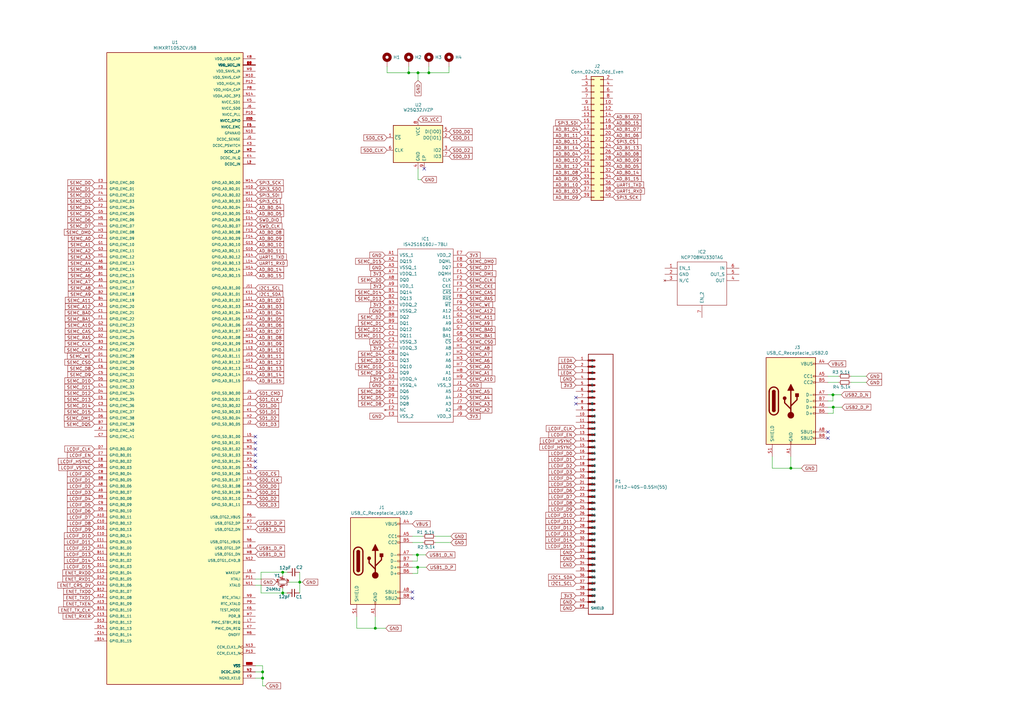
<source format=kicad_sch>
(kicad_sch (version 20200828) (generator eeschema)

  (page 1 1)

  (paper "A3")

  (lib_symbols
    (symbol "Connector:USB_C_Receptacle_USB2.0" (pin_names (offset 1.016)) (in_bom yes) (on_board yes)
      (property "Reference" "J" (id 0) (at -10.16 19.05 0)
        (effects (font (size 1.27 1.27)) (justify left))
      )
      (property "Value" "USB_C_Receptacle_USB2.0" (id 1) (at 19.05 19.05 0)
        (effects (font (size 1.27 1.27)) (justify right))
      )
      (property "Footprint" "" (id 2) (at 3.81 0 0)
        (effects (font (size 1.27 1.27)) hide)
      )
      (property "Datasheet" "https://www.usb.org/sites/default/files/documents/usb_type-c.zip" (id 3) (at 3.81 0 0)
        (effects (font (size 1.27 1.27)) hide)
      )
      (property "ki_keywords" "usb universal serial bus type-C USB2.0" (id 4) (at 0 0 0)
        (effects (font (size 1.27 1.27)) hide)
      )
      (property "ki_description" "USB 2.0-only Type-C Receptacle connector" (id 5) (at 0 0 0)
        (effects (font (size 1.27 1.27)) hide)
      )
      (property "ki_fp_filters" "USB*C*Receptacle*" (id 6) (at 0 0 0)
        (effects (font (size 1.27 1.27)) hide)
      )
      (symbol "USB_C_Receptacle_USB2.0_0_1"
        (arc (start -8.89 -3.81) (end -5.08 -3.81) (radius (at -6.985 -3.81) (length 1.905) (angles -179.9 -0.1))
          (stroke (width 0.508)) (fill (type none))
        )
        (arc (start -7.62 -3.81) (end -6.35 -3.81) (radius (at -6.985 -3.81) (length 0.635) (angles -179.9 -0.1))
          (stroke (width 0.254)) (fill (type none))
        )
        (arc (start -7.62 -3.81) (end -6.35 -3.81) (radius (at -6.985 -3.81) (length 0.635) (angles -179.9 -0.1))
          (stroke (width 0.254)) (fill (type outline))
        )
        (arc (start -6.35 3.81) (end -7.62 3.81) (radius (at -6.985 3.81) (length 0.635) (angles 0.1 179.9))
          (stroke (width 0.254)) (fill (type outline))
        )
        (arc (start -6.35 3.81) (end -7.62 3.81) (radius (at -6.985 3.81) (length 0.635) (angles 0.1 179.9))
          (stroke (width 0.254)) (fill (type none))
        )
        (arc (start -5.08 3.81) (end -8.89 3.81) (radius (at -6.985 3.81) (length 1.905) (angles 0.1 179.9))
          (stroke (width 0.508)) (fill (type none))
        )
        (circle (center -2.54 1.143) (radius 0.635) (stroke (width 0.254)) (fill (type outline)))
        (circle (center 0 -5.842) (radius 1.27) (stroke (width 0)) (fill (type outline)))
        (rectangle (start -10.16 17.78) (end 10.16 -17.78)
          (stroke (width 0.254)) (fill (type background))
        )
        (rectangle (start -7.62 -3.81) (end -6.35 3.81)
          (stroke (width 0.254)) (fill (type outline))
        )
        (rectangle (start 1.905 1.778) (end 3.175 3.048)
          (stroke (width 0.254)) (fill (type outline))
        )
        (polyline
          (pts
            (xy -8.89 -3.81)
            (xy -8.89 3.81)
          )
          (stroke (width 0.508)) (fill (type none))
        )
        (polyline
          (pts
            (xy -5.08 3.81)
            (xy -5.08 -3.81)
          )
          (stroke (width 0.508)) (fill (type none))
        )
        (polyline
          (pts
            (xy 0 -5.842)
            (xy 0 4.318)
          )
          (stroke (width 0.508)) (fill (type none))
        )
        (polyline
          (pts
            (xy 0 -3.302)
            (xy -2.54 -0.762)
            (xy -2.54 0.508)
          )
          (stroke (width 0.508)) (fill (type none))
        )
        (polyline
          (pts
            (xy 0 -2.032)
            (xy 2.54 0.508)
            (xy 2.54 1.778)
          )
          (stroke (width 0.508)) (fill (type none))
        )
        (polyline
          (pts
            (xy -1.27 4.318)
            (xy 0 6.858)
            (xy 1.27 4.318)
            (xy -1.27 4.318)
          )
          (stroke (width 0.254)) (fill (type outline))
        )
      )
      (symbol "USB_C_Receptacle_USB2.0_0_0"
        (rectangle (start -0.254 -17.78) (end 0.254 -16.764)
          (stroke (width 0)) (fill (type none))
        )
        (rectangle (start 10.16 -14.986) (end 9.144 -15.494)
          (stroke (width 0)) (fill (type none))
        )
        (rectangle (start 10.16 -12.446) (end 9.144 -12.954)
          (stroke (width 0)) (fill (type none))
        )
        (rectangle (start 10.16 -4.826) (end 9.144 -5.334)
          (stroke (width 0)) (fill (type none))
        )
        (rectangle (start 10.16 -2.286) (end 9.144 -2.794)
          (stroke (width 0)) (fill (type none))
        )
        (rectangle (start 10.16 0.254) (end 9.144 -0.254)
          (stroke (width 0)) (fill (type none))
        )
        (rectangle (start 10.16 2.794) (end 9.144 2.286)
          (stroke (width 0)) (fill (type none))
        )
        (rectangle (start 10.16 7.874) (end 9.144 7.366)
          (stroke (width 0)) (fill (type none))
        )
        (rectangle (start 10.16 10.414) (end 9.144 9.906)
          (stroke (width 0)) (fill (type none))
        )
        (rectangle (start 10.16 15.494) (end 9.144 14.986)
          (stroke (width 0)) (fill (type none))
        )
      )
      (symbol "USB_C_Receptacle_USB2.0_1_1"
        (pin passive line (at 0 -22.86 90) (length 5.08)
          (name "GND" (effects (font (size 1.27 1.27))))
          (number "A1" (effects (font (size 1.27 1.27))))
        )
        (pin passive line (at 0 -22.86 90) (length 5.08) hide
          (name "GND" (effects (font (size 1.27 1.27))))
          (number "A12" (effects (font (size 1.27 1.27))))
        )
        (pin passive line (at 15.24 15.24 180) (length 5.08)
          (name "VBUS" (effects (font (size 1.27 1.27))))
          (number "A4" (effects (font (size 1.27 1.27))))
        )
        (pin bidirectional line (at 15.24 10.16 180) (length 5.08)
          (name "CC1" (effects (font (size 1.27 1.27))))
          (number "A5" (effects (font (size 1.27 1.27))))
        )
        (pin bidirectional line (at 15.24 -2.54 180) (length 5.08)
          (name "D+" (effects (font (size 1.27 1.27))))
          (number "A6" (effects (font (size 1.27 1.27))))
        )
        (pin bidirectional line (at 15.24 2.54 180) (length 5.08)
          (name "D-" (effects (font (size 1.27 1.27))))
          (number "A7" (effects (font (size 1.27 1.27))))
        )
        (pin bidirectional line (at 15.24 -12.7 180) (length 5.08)
          (name "SBU1" (effects (font (size 1.27 1.27))))
          (number "A8" (effects (font (size 1.27 1.27))))
        )
        (pin passive line (at 15.24 15.24 180) (length 5.08) hide
          (name "VBUS" (effects (font (size 1.27 1.27))))
          (number "A9" (effects (font (size 1.27 1.27))))
        )
        (pin passive line (at 0 -22.86 90) (length 5.08) hide
          (name "GND" (effects (font (size 1.27 1.27))))
          (number "B1" (effects (font (size 1.27 1.27))))
        )
        (pin passive line (at 0 -22.86 90) (length 5.08) hide
          (name "GND" (effects (font (size 1.27 1.27))))
          (number "B12" (effects (font (size 1.27 1.27))))
        )
        (pin passive line (at 15.24 15.24 180) (length 5.08) hide
          (name "VBUS" (effects (font (size 1.27 1.27))))
          (number "B4" (effects (font (size 1.27 1.27))))
        )
        (pin bidirectional line (at 15.24 7.62 180) (length 5.08)
          (name "CC2" (effects (font (size 1.27 1.27))))
          (number "B5" (effects (font (size 1.27 1.27))))
        )
        (pin bidirectional line (at 15.24 -5.08 180) (length 5.08)
          (name "D+" (effects (font (size 1.27 1.27))))
          (number "B6" (effects (font (size 1.27 1.27))))
        )
        (pin bidirectional line (at 15.24 0 180) (length 5.08)
          (name "D-" (effects (font (size 1.27 1.27))))
          (number "B7" (effects (font (size 1.27 1.27))))
        )
        (pin bidirectional line (at 15.24 -15.24 180) (length 5.08)
          (name "SBU2" (effects (font (size 1.27 1.27))))
          (number "B8" (effects (font (size 1.27 1.27))))
        )
        (pin passive line (at 15.24 15.24 180) (length 5.08) hide
          (name "VBUS" (effects (font (size 1.27 1.27))))
          (number "B9" (effects (font (size 1.27 1.27))))
        )
        (pin passive line (at -7.62 -22.86 90) (length 5.08)
          (name "SHIELD" (effects (font (size 1.27 1.27))))
          (number "S1" (effects (font (size 1.27 1.27))))
        )
      )
    )
    (symbol "Connector_Generic:Conn_02x20_Odd_Even" (pin_names (offset 1.016) hide) (in_bom yes) (on_board yes)
      (property "Reference" "J" (id 0) (at 1.27 25.4 0)
        (effects (font (size 1.27 1.27)))
      )
      (property "Value" "Conn_02x20_Odd_Even" (id 1) (at 1.27 -27.94 0)
        (effects (font (size 1.27 1.27)))
      )
      (property "Footprint" "" (id 2) (at 0 0 0)
        (effects (font (size 1.27 1.27)) hide)
      )
      (property "Datasheet" "~" (id 3) (at 0 0 0)
        (effects (font (size 1.27 1.27)) hide)
      )
      (property "ki_keywords" "connector" (id 4) (at 0 0 0)
        (effects (font (size 1.27 1.27)) hide)
      )
      (property "ki_description" "Generic connector, double row, 02x20, odd/even pin numbering scheme (row 1 odd numbers, row 2 even numbers), script generated (kicad-library-utils/schlib/autogen/connector/)" (id 5) (at 0 0 0)
        (effects (font (size 1.27 1.27)) hide)
      )
      (property "ki_fp_filters" "Connector*:*_2x??_*" (id 6) (at 0 0 0)
        (effects (font (size 1.27 1.27)) hide)
      )
      (symbol "Conn_02x20_Odd_Even_1_1"
        (rectangle (start -1.27 -4.953) (end 0 -5.207)
          (stroke (width 0.1524)) (fill (type none))
        )
        (rectangle (start -1.27 -7.493) (end 0 -7.747)
          (stroke (width 0.1524)) (fill (type none))
        )
        (rectangle (start -1.27 -10.033) (end 0 -10.287)
          (stroke (width 0.1524)) (fill (type none))
        )
        (rectangle (start -1.27 -12.573) (end 0 -12.827)
          (stroke (width 0.1524)) (fill (type none))
        )
        (rectangle (start -1.27 -15.113) (end 0 -15.367)
          (stroke (width 0.1524)) (fill (type none))
        )
        (rectangle (start -1.27 -17.653) (end 0 -17.907)
          (stroke (width 0.1524)) (fill (type none))
        )
        (rectangle (start -1.27 -20.193) (end 0 -20.447)
          (stroke (width 0.1524)) (fill (type none))
        )
        (rectangle (start -1.27 -22.733) (end 0 -22.987)
          (stroke (width 0.1524)) (fill (type none))
        )
        (rectangle (start -1.27 -2.413) (end 0 -2.667)
          (stroke (width 0.1524)) (fill (type none))
        )
        (rectangle (start -1.27 -25.273) (end 0 -25.527)
          (stroke (width 0.1524)) (fill (type none))
        )
        (rectangle (start -1.27 2.667) (end 0 2.413)
          (stroke (width 0.1524)) (fill (type none))
        )
        (rectangle (start -1.27 5.207) (end 0 4.953)
          (stroke (width 0.1524)) (fill (type none))
        )
        (rectangle (start -1.27 7.747) (end 0 7.493)
          (stroke (width 0.1524)) (fill (type none))
        )
        (rectangle (start -1.27 10.287) (end 0 10.033)
          (stroke (width 0.1524)) (fill (type none))
        )
        (rectangle (start -1.27 0.127) (end 0 -0.127)
          (stroke (width 0.1524)) (fill (type none))
        )
        (rectangle (start -1.27 12.827) (end 0 12.573)
          (stroke (width 0.1524)) (fill (type none))
        )
        (rectangle (start -1.27 15.367) (end 0 15.113)
          (stroke (width 0.1524)) (fill (type none))
        )
        (rectangle (start -1.27 17.907) (end 0 17.653)
          (stroke (width 0.1524)) (fill (type none))
        )
        (rectangle (start -1.27 20.447) (end 0 20.193)
          (stroke (width 0.1524)) (fill (type none))
        )
        (rectangle (start -1.27 22.987) (end 0 22.733)
          (stroke (width 0.1524)) (fill (type none))
        )
        (rectangle (start -1.27 24.13) (end 3.81 -26.67)
          (stroke (width 0.254)) (fill (type background))
        )
        (rectangle (start 3.81 -4.953) (end 2.54 -5.207)
          (stroke (width 0.1524)) (fill (type none))
        )
        (rectangle (start 3.81 -7.493) (end 2.54 -7.747)
          (stroke (width 0.1524)) (fill (type none))
        )
        (rectangle (start 3.81 -10.033) (end 2.54 -10.287)
          (stroke (width 0.1524)) (fill (type none))
        )
        (rectangle (start 3.81 -12.573) (end 2.54 -12.827)
          (stroke (width 0.1524)) (fill (type none))
        )
        (rectangle (start 3.81 -15.113) (end 2.54 -15.367)
          (stroke (width 0.1524)) (fill (type none))
        )
        (rectangle (start 3.81 -17.653) (end 2.54 -17.907)
          (stroke (width 0.1524)) (fill (type none))
        )
        (rectangle (start 3.81 -20.193) (end 2.54 -20.447)
          (stroke (width 0.1524)) (fill (type none))
        )
        (rectangle (start 3.81 -22.733) (end 2.54 -22.987)
          (stroke (width 0.1524)) (fill (type none))
        )
        (rectangle (start 3.81 -2.413) (end 2.54 -2.667)
          (stroke (width 0.1524)) (fill (type none))
        )
        (rectangle (start 3.81 -25.273) (end 2.54 -25.527)
          (stroke (width 0.1524)) (fill (type none))
        )
        (rectangle (start 3.81 2.667) (end 2.54 2.413)
          (stroke (width 0.1524)) (fill (type none))
        )
        (rectangle (start 3.81 5.207) (end 2.54 4.953)
          (stroke (width 0.1524)) (fill (type none))
        )
        (rectangle (start 3.81 7.747) (end 2.54 7.493)
          (stroke (width 0.1524)) (fill (type none))
        )
        (rectangle (start 3.81 10.287) (end 2.54 10.033)
          (stroke (width 0.1524)) (fill (type none))
        )
        (rectangle (start 3.81 0.127) (end 2.54 -0.127)
          (stroke (width 0.1524)) (fill (type none))
        )
        (rectangle (start 3.81 12.827) (end 2.54 12.573)
          (stroke (width 0.1524)) (fill (type none))
        )
        (rectangle (start 3.81 15.367) (end 2.54 15.113)
          (stroke (width 0.1524)) (fill (type none))
        )
        (rectangle (start 3.81 17.907) (end 2.54 17.653)
          (stroke (width 0.1524)) (fill (type none))
        )
        (rectangle (start 3.81 20.447) (end 2.54 20.193)
          (stroke (width 0.1524)) (fill (type none))
        )
        (rectangle (start 3.81 22.987) (end 2.54 22.733)
          (stroke (width 0.1524)) (fill (type none))
        )
        (pin passive line (at -5.08 22.86 0) (length 3.81)
          (name "Pin_1" (effects (font (size 1.27 1.27))))
          (number "1" (effects (font (size 1.27 1.27))))
        )
        (pin passive line (at 7.62 12.7 180) (length 3.81)
          (name "Pin_10" (effects (font (size 1.27 1.27))))
          (number "10" (effects (font (size 1.27 1.27))))
        )
        (pin passive line (at -5.08 10.16 0) (length 3.81)
          (name "Pin_11" (effects (font (size 1.27 1.27))))
          (number "11" (effects (font (size 1.27 1.27))))
        )
        (pin passive line (at 7.62 10.16 180) (length 3.81)
          (name "Pin_12" (effects (font (size 1.27 1.27))))
          (number "12" (effects (font (size 1.27 1.27))))
        )
        (pin passive line (at -5.08 7.62 0) (length 3.81)
          (name "Pin_13" (effects (font (size 1.27 1.27))))
          (number "13" (effects (font (size 1.27 1.27))))
        )
        (pin passive line (at 7.62 7.62 180) (length 3.81)
          (name "Pin_14" (effects (font (size 1.27 1.27))))
          (number "14" (effects (font (size 1.27 1.27))))
        )
        (pin passive line (at -5.08 5.08 0) (length 3.81)
          (name "Pin_15" (effects (font (size 1.27 1.27))))
          (number "15" (effects (font (size 1.27 1.27))))
        )
        (pin passive line (at 7.62 5.08 180) (length 3.81)
          (name "Pin_16" (effects (font (size 1.27 1.27))))
          (number "16" (effects (font (size 1.27 1.27))))
        )
        (pin passive line (at -5.08 2.54 0) (length 3.81)
          (name "Pin_17" (effects (font (size 1.27 1.27))))
          (number "17" (effects (font (size 1.27 1.27))))
        )
        (pin passive line (at 7.62 2.54 180) (length 3.81)
          (name "Pin_18" (effects (font (size 1.27 1.27))))
          (number "18" (effects (font (size 1.27 1.27))))
        )
        (pin passive line (at -5.08 0 0) (length 3.81)
          (name "Pin_19" (effects (font (size 1.27 1.27))))
          (number "19" (effects (font (size 1.27 1.27))))
        )
        (pin passive line (at 7.62 22.86 180) (length 3.81)
          (name "Pin_2" (effects (font (size 1.27 1.27))))
          (number "2" (effects (font (size 1.27 1.27))))
        )
        (pin passive line (at 7.62 0 180) (length 3.81)
          (name "Pin_20" (effects (font (size 1.27 1.27))))
          (number "20" (effects (font (size 1.27 1.27))))
        )
        (pin passive line (at -5.08 -2.54 0) (length 3.81)
          (name "Pin_21" (effects (font (size 1.27 1.27))))
          (number "21" (effects (font (size 1.27 1.27))))
        )
        (pin passive line (at 7.62 -2.54 180) (length 3.81)
          (name "Pin_22" (effects (font (size 1.27 1.27))))
          (number "22" (effects (font (size 1.27 1.27))))
        )
        (pin passive line (at -5.08 -5.08 0) (length 3.81)
          (name "Pin_23" (effects (font (size 1.27 1.27))))
          (number "23" (effects (font (size 1.27 1.27))))
        )
        (pin passive line (at 7.62 -5.08 180) (length 3.81)
          (name "Pin_24" (effects (font (size 1.27 1.27))))
          (number "24" (effects (font (size 1.27 1.27))))
        )
        (pin passive line (at -5.08 -7.62 0) (length 3.81)
          (name "Pin_25" (effects (font (size 1.27 1.27))))
          (number "25" (effects (font (size 1.27 1.27))))
        )
        (pin passive line (at 7.62 -7.62 180) (length 3.81)
          (name "Pin_26" (effects (font (size 1.27 1.27))))
          (number "26" (effects (font (size 1.27 1.27))))
        )
        (pin passive line (at -5.08 -10.16 0) (length 3.81)
          (name "Pin_27" (effects (font (size 1.27 1.27))))
          (number "27" (effects (font (size 1.27 1.27))))
        )
        (pin passive line (at 7.62 -10.16 180) (length 3.81)
          (name "Pin_28" (effects (font (size 1.27 1.27))))
          (number "28" (effects (font (size 1.27 1.27))))
        )
        (pin passive line (at -5.08 -12.7 0) (length 3.81)
          (name "Pin_29" (effects (font (size 1.27 1.27))))
          (number "29" (effects (font (size 1.27 1.27))))
        )
        (pin passive line (at -5.08 20.32 0) (length 3.81)
          (name "Pin_3" (effects (font (size 1.27 1.27))))
          (number "3" (effects (font (size 1.27 1.27))))
        )
        (pin passive line (at 7.62 -12.7 180) (length 3.81)
          (name "Pin_30" (effects (font (size 1.27 1.27))))
          (number "30" (effects (font (size 1.27 1.27))))
        )
        (pin passive line (at -5.08 -15.24 0) (length 3.81)
          (name "Pin_31" (effects (font (size 1.27 1.27))))
          (number "31" (effects (font (size 1.27 1.27))))
        )
        (pin passive line (at 7.62 -15.24 180) (length 3.81)
          (name "Pin_32" (effects (font (size 1.27 1.27))))
          (number "32" (effects (font (size 1.27 1.27))))
        )
        (pin passive line (at -5.08 -17.78 0) (length 3.81)
          (name "Pin_33" (effects (font (size 1.27 1.27))))
          (number "33" (effects (font (size 1.27 1.27))))
        )
        (pin passive line (at 7.62 -17.78 180) (length 3.81)
          (name "Pin_34" (effects (font (size 1.27 1.27))))
          (number "34" (effects (font (size 1.27 1.27))))
        )
        (pin passive line (at -5.08 -20.32 0) (length 3.81)
          (name "Pin_35" (effects (font (size 1.27 1.27))))
          (number "35" (effects (font (size 1.27 1.27))))
        )
        (pin passive line (at 7.62 -20.32 180) (length 3.81)
          (name "Pin_36" (effects (font (size 1.27 1.27))))
          (number "36" (effects (font (size 1.27 1.27))))
        )
        (pin passive line (at -5.08 -22.86 0) (length 3.81)
          (name "Pin_37" (effects (font (size 1.27 1.27))))
          (number "37" (effects (font (size 1.27 1.27))))
        )
        (pin passive line (at 7.62 -22.86 180) (length 3.81)
          (name "Pin_38" (effects (font (size 1.27 1.27))))
          (number "38" (effects (font (size 1.27 1.27))))
        )
        (pin passive line (at -5.08 -25.4 0) (length 3.81)
          (name "Pin_39" (effects (font (size 1.27 1.27))))
          (number "39" (effects (font (size 1.27 1.27))))
        )
        (pin passive line (at 7.62 20.32 180) (length 3.81)
          (name "Pin_4" (effects (font (size 1.27 1.27))))
          (number "4" (effects (font (size 1.27 1.27))))
        )
        (pin passive line (at 7.62 -25.4 180) (length 3.81)
          (name "Pin_40" (effects (font (size 1.27 1.27))))
          (number "40" (effects (font (size 1.27 1.27))))
        )
        (pin passive line (at -5.08 17.78 0) (length 3.81)
          (name "Pin_5" (effects (font (size 1.27 1.27))))
          (number "5" (effects (font (size 1.27 1.27))))
        )
        (pin passive line (at 7.62 17.78 180) (length 3.81)
          (name "Pin_6" (effects (font (size 1.27 1.27))))
          (number "6" (effects (font (size 1.27 1.27))))
        )
        (pin passive line (at -5.08 15.24 0) (length 3.81)
          (name "Pin_7" (effects (font (size 1.27 1.27))))
          (number "7" (effects (font (size 1.27 1.27))))
        )
        (pin passive line (at 7.62 15.24 180) (length 3.81)
          (name "Pin_8" (effects (font (size 1.27 1.27))))
          (number "8" (effects (font (size 1.27 1.27))))
        )
        (pin passive line (at -5.08 12.7 0) (length 3.81)
          (name "Pin_9" (effects (font (size 1.27 1.27))))
          (number "9" (effects (font (size 1.27 1.27))))
        )
      )
    )
    (symbol "Device:C_Small" (pin_numbers hide) (pin_names (offset 0.254) hide) (in_bom yes) (on_board yes)
      (property "Reference" "C" (id 0) (at 0.254 1.778 0)
        (effects (font (size 1.27 1.27)) (justify left))
      )
      (property "Value" "C_Small" (id 1) (at 0.254 -2.032 0)
        (effects (font (size 1.27 1.27)) (justify left))
      )
      (property "Footprint" "" (id 2) (at 0 0 0)
        (effects (font (size 1.27 1.27)) hide)
      )
      (property "Datasheet" "~" (id 3) (at 0 0 0)
        (effects (font (size 1.27 1.27)) hide)
      )
      (property "ki_keywords" "capacitor cap" (id 4) (at 0 0 0)
        (effects (font (size 1.27 1.27)) hide)
      )
      (property "ki_description" "Unpolarized capacitor, small symbol" (id 5) (at 0 0 0)
        (effects (font (size 1.27 1.27)) hide)
      )
      (property "ki_fp_filters" "C_*" (id 6) (at 0 0 0)
        (effects (font (size 1.27 1.27)) hide)
      )
      (symbol "C_Small_0_1"
        (polyline
          (pts
            (xy -1.524 -0.508)
            (xy 1.524 -0.508)
          )
          (stroke (width 0.3302)) (fill (type none))
        )
        (polyline
          (pts
            (xy -1.524 0.508)
            (xy 1.524 0.508)
          )
          (stroke (width 0.3048)) (fill (type none))
        )
      )
      (symbol "C_Small_1_1"
        (pin passive line (at 0 2.54 270) (length 2.032)
          (name "~" (effects (font (size 1.27 1.27))))
          (number "1" (effects (font (size 1.27 1.27))))
        )
        (pin passive line (at 0 -2.54 90) (length 2.032)
          (name "~" (effects (font (size 1.27 1.27))))
          (number "2" (effects (font (size 1.27 1.27))))
        )
      )
    )
    (symbol "Device:Crystal_GND24_Small" (pin_names (offset 1.016) hide) (in_bom yes) (on_board yes)
      (property "Reference" "Y" (id 0) (at 1.27 4.445 0)
        (effects (font (size 1.27 1.27)) (justify left))
      )
      (property "Value" "Crystal_GND24_Small" (id 1) (at 1.27 2.54 0)
        (effects (font (size 1.27 1.27)) (justify left))
      )
      (property "Footprint" "" (id 2) (at 0 0 0)
        (effects (font (size 1.27 1.27)) hide)
      )
      (property "Datasheet" "~" (id 3) (at 0 0 0)
        (effects (font (size 1.27 1.27)) hide)
      )
      (property "ki_keywords" "quartz ceramic resonator oscillator" (id 4) (at 0 0 0)
        (effects (font (size 1.27 1.27)) hide)
      )
      (property "ki_description" "Four pin crystal, GND on pins 2 and 4, small symbol" (id 5) (at 0 0 0)
        (effects (font (size 1.27 1.27)) hide)
      )
      (property "ki_fp_filters" "Crystal*" (id 6) (at 0 0 0)
        (effects (font (size 1.27 1.27)) hide)
      )
      (symbol "Crystal_GND24_Small_0_1"
        (rectangle (start -0.762 -1.524) (end 0.762 1.524)
          (stroke (width 0)) (fill (type none))
        )
        (polyline
          (pts
            (xy -1.27 -0.762)
            (xy -1.27 0.762)
          )
          (stroke (width 0.381)) (fill (type none))
        )
        (polyline
          (pts
            (xy 1.27 -0.762)
            (xy 1.27 0.762)
          )
          (stroke (width 0.381)) (fill (type none))
        )
        (polyline
          (pts
            (xy -1.27 -1.27)
            (xy -1.27 -1.905)
            (xy 1.27 -1.905)
            (xy 1.27 -1.27)
          )
          (stroke (width 0)) (fill (type none))
        )
        (polyline
          (pts
            (xy -1.27 1.27)
            (xy -1.27 1.905)
            (xy 1.27 1.905)
            (xy 1.27 1.27)
          )
          (stroke (width 0)) (fill (type none))
        )
      )
      (symbol "Crystal_GND24_Small_1_1"
        (pin passive line (at -2.54 0 0) (length 1.27)
          (name "1" (effects (font (size 1.27 1.27))))
          (number "1" (effects (font (size 0.762 0.762))))
        )
        (pin passive line (at 0 -2.54 90) (length 0.635)
          (name "2" (effects (font (size 1.27 1.27))))
          (number "2" (effects (font (size 0.762 0.762))))
        )
        (pin passive line (at 2.54 0 180) (length 1.27)
          (name "3" (effects (font (size 1.27 1.27))))
          (number "3" (effects (font (size 0.762 0.762))))
        )
        (pin passive line (at 0 2.54 270) (length 0.635)
          (name "4" (effects (font (size 1.27 1.27))))
          (number "4" (effects (font (size 0.762 0.762))))
        )
      )
    )
    (symbol "Device:R_Small" (pin_numbers hide) (pin_names (offset 0.254) hide) (in_bom yes) (on_board yes)
      (property "Reference" "R" (id 0) (at 0.762 0.508 0)
        (effects (font (size 1.27 1.27)) (justify left))
      )
      (property "Value" "R_Small" (id 1) (at 0.762 -1.016 0)
        (effects (font (size 1.27 1.27)) (justify left))
      )
      (property "Footprint" "" (id 2) (at 0 0 0)
        (effects (font (size 1.27 1.27)) hide)
      )
      (property "Datasheet" "~" (id 3) (at 0 0 0)
        (effects (font (size 1.27 1.27)) hide)
      )
      (property "ki_keywords" "R resistor" (id 4) (at 0 0 0)
        (effects (font (size 1.27 1.27)) hide)
      )
      (property "ki_description" "Resistor, small symbol" (id 5) (at 0 0 0)
        (effects (font (size 1.27 1.27)) hide)
      )
      (property "ki_fp_filters" "R_*" (id 6) (at 0 0 0)
        (effects (font (size 1.27 1.27)) hide)
      )
      (symbol "R_Small_0_1"
        (rectangle (start -0.762 1.778) (end 0.762 -1.778)
          (stroke (width 0.2032)) (fill (type none))
        )
      )
      (symbol "R_Small_1_1"
        (pin passive line (at 0 2.54 270) (length 0.762)
          (name "~" (effects (font (size 1.27 1.27))))
          (number "1" (effects (font (size 1.27 1.27))))
        )
        (pin passive line (at 0 -2.54 90) (length 0.762)
          (name "~" (effects (font (size 1.27 1.27))))
          (number "2" (effects (font (size 1.27 1.27))))
        )
      )
    )
    (symbol "FH12-40S-0.5SH_55_:FH12-40S-0.5SH(55)" (pin_names (offset 1.016)) (in_bom yes) (on_board yes)
      (property "Reference" "P" (id 0) (at 0 53.4162 0)
        (effects (font (size 1.27 1.27)) (justify left bottom))
      )
      (property "Value" "FH12-40S-0.5SH(55)" (id 1) (at 0 -55.88 0)
        (effects (font (size 1.27 1.27)) (justify left bottom))
      )
      (property "Footprint" "HRS_FH12-40S-0.5SH(55)" (id 2) (at 0 0 0)
        (effects (font (size 1.27 1.27)) (justify left bottom) hide)
      )
      (property "Datasheet" "" (id 3) (at 0 0 0)
        (effects (font (size 1.27 1.27)) (justify left bottom) hide)
      )
      (property "MANUFACTURER" "Hirose Electric Co Ltd" (id 4) (at 0 0 0)
        (effects (font (size 1.27 1.27)) (justify left bottom) hide)
      )
      (property "ki_locked" "" (id 5) (at 0 0 0)
        (effects (font (size 1.27 1.27)))
      )
      (symbol "FH12-40S-0.5SH(55)_0_0"
        (polyline
          (pts
            (xy 0 53.34)
            (xy 0 50.8)
          )
          (stroke (width 0.254)) (fill (type none))
        )
        (polyline
          (pts
            (xy 0 50.8)
            (xy 0 48.26)
          )
          (stroke (width 0.254)) (fill (type none))
        )
        (polyline
          (pts
            (xy 0 48.26)
            (xy 0 45.72)
          )
          (stroke (width 0.254)) (fill (type none))
        )
        (polyline
          (pts
            (xy 0 45.72)
            (xy 0 43.18)
          )
          (stroke (width 0.254)) (fill (type none))
        )
        (polyline
          (pts
            (xy 0 43.18)
            (xy 0 40.64)
          )
          (stroke (width 0.254)) (fill (type none))
        )
        (polyline
          (pts
            (xy 0 40.64)
            (xy 0 38.1)
          )
          (stroke (width 0.254)) (fill (type none))
        )
        (polyline
          (pts
            (xy 0 38.1)
            (xy 0 35.56)
          )
          (stroke (width 0.254)) (fill (type none))
        )
        (polyline
          (pts
            (xy 0 35.56)
            (xy 0 33.02)
          )
          (stroke (width 0.254)) (fill (type none))
        )
        (polyline
          (pts
            (xy 0 33.02)
            (xy 0 30.48)
          )
          (stroke (width 0.254)) (fill (type none))
        )
        (polyline
          (pts
            (xy 0 30.48)
            (xy 0 27.94)
          )
          (stroke (width 0.254)) (fill (type none))
        )
        (polyline
          (pts
            (xy 0 27.94)
            (xy 0 -53.34)
          )
          (stroke (width 0.254)) (fill (type none))
        )
        (polyline
          (pts
            (xy 0 -53.34)
            (xy 10.16 -53.34)
          )
          (stroke (width 0.254)) (fill (type none))
        )
        (polyline
          (pts
            (xy 10.16 -53.34)
            (xy 10.16 53.34)
          )
          (stroke (width 0.254)) (fill (type none))
        )
        (polyline
          (pts
            (xy 10.16 53.34)
            (xy 0 53.34)
          )
          (stroke (width 0.254)) (fill (type none))
        )
        (polyline
          (pts
            (xy 0 50.8)
            (xy 2.54 50.8)
          )
          (stroke (width 0.762)) (fill (type none))
        )
        (polyline
          (pts
            (xy 0 48.26)
            (xy 2.54 48.26)
          )
          (stroke (width 0.762)) (fill (type none))
        )
        (polyline
          (pts
            (xy 0 45.72)
            (xy 2.54 45.72)
          )
          (stroke (width 0.762)) (fill (type none))
        )
        (polyline
          (pts
            (xy 0 43.18)
            (xy 2.54 43.18)
          )
          (stroke (width 0.762)) (fill (type none))
        )
        (polyline
          (pts
            (xy 0 40.64)
            (xy 2.54 40.64)
          )
          (stroke (width 0.762)) (fill (type none))
        )
        (polyline
          (pts
            (xy 0 38.1)
            (xy 2.54 38.1)
          )
          (stroke (width 0.762)) (fill (type none))
        )
        (polyline
          (pts
            (xy 0 35.56)
            (xy 2.54 35.56)
          )
          (stroke (width 0.762)) (fill (type none))
        )
        (polyline
          (pts
            (xy 0 33.02)
            (xy 2.54 33.02)
          )
          (stroke (width 0.762)) (fill (type none))
        )
        (polyline
          (pts
            (xy 0 30.48)
            (xy 2.54 30.48)
          )
          (stroke (width 0.762)) (fill (type none))
        )
        (polyline
          (pts
            (xy 0 27.94)
            (xy 2.54 27.94)
          )
          (stroke (width 0.762)) (fill (type none))
        )
        (polyline
          (pts
            (xy 0 25.4)
            (xy 2.54 25.4)
          )
          (stroke (width 0.762)) (fill (type none))
        )
        (polyline
          (pts
            (xy 0 22.86)
            (xy 2.54 22.86)
          )
          (stroke (width 0.762)) (fill (type none))
        )
        (polyline
          (pts
            (xy 0 20.32)
            (xy 2.54 20.32)
          )
          (stroke (width 0.762)) (fill (type none))
        )
        (polyline
          (pts
            (xy 0 17.78)
            (xy 2.54 17.78)
          )
          (stroke (width 0.762)) (fill (type none))
        )
        (polyline
          (pts
            (xy 0 15.24)
            (xy 2.54 15.24)
          )
          (stroke (width 0.762)) (fill (type none))
        )
        (polyline
          (pts
            (xy 0 12.7)
            (xy 2.54 12.7)
          )
          (stroke (width 0.762)) (fill (type none))
        )
        (polyline
          (pts
            (xy 0 10.16)
            (xy 2.54 10.16)
          )
          (stroke (width 0.762)) (fill (type none))
        )
        (polyline
          (pts
            (xy 0 7.62)
            (xy 2.54 7.62)
          )
          (stroke (width 0.762)) (fill (type none))
        )
        (polyline
          (pts
            (xy 0 5.08)
            (xy 2.54 5.08)
          )
          (stroke (width 0.762)) (fill (type none))
        )
        (polyline
          (pts
            (xy 0 2.54)
            (xy 2.54 2.54)
          )
          (stroke (width 0.762)) (fill (type none))
        )
        (polyline
          (pts
            (xy 0 0)
            (xy 2.54 0)
          )
          (stroke (width 0.762)) (fill (type none))
        )
        (polyline
          (pts
            (xy 0 -2.54)
            (xy 2.54 -2.54)
          )
          (stroke (width 0.762)) (fill (type none))
        )
        (polyline
          (pts
            (xy 0 -5.08)
            (xy 2.54 -5.08)
          )
          (stroke (width 0.762)) (fill (type none))
        )
        (polyline
          (pts
            (xy 0 -7.62)
            (xy 2.54 -7.62)
          )
          (stroke (width 0.762)) (fill (type none))
        )
        (polyline
          (pts
            (xy 0 -10.16)
            (xy 2.54 -10.16)
          )
          (stroke (width 0.762)) (fill (type none))
        )
        (polyline
          (pts
            (xy 0 -12.7)
            (xy 2.54 -12.7)
          )
          (stroke (width 0.762)) (fill (type none))
        )
        (polyline
          (pts
            (xy 0 -15.24)
            (xy 2.54 -15.24)
          )
          (stroke (width 0.762)) (fill (type none))
        )
        (polyline
          (pts
            (xy 0 -17.78)
            (xy 2.54 -17.78)
          )
          (stroke (width 0.762)) (fill (type none))
        )
        (polyline
          (pts
            (xy 0 -20.32)
            (xy 2.54 -20.32)
          )
          (stroke (width 0.762)) (fill (type none))
        )
        (polyline
          (pts
            (xy 0 -22.86)
            (xy 2.54 -22.86)
          )
          (stroke (width 0.762)) (fill (type none))
        )
        (polyline
          (pts
            (xy 0 -25.4)
            (xy 2.54 -25.4)
          )
          (stroke (width 0.762)) (fill (type none))
        )
        (polyline
          (pts
            (xy 0 -27.94)
            (xy 2.54 -27.94)
          )
          (stroke (width 0.762)) (fill (type none))
        )
        (polyline
          (pts
            (xy 0 -30.48)
            (xy 2.54 -30.48)
          )
          (stroke (width 0.762)) (fill (type none))
        )
        (polyline
          (pts
            (xy 0 -33.02)
            (xy 2.54 -33.02)
          )
          (stroke (width 0.762)) (fill (type none))
        )
        (polyline
          (pts
            (xy 0 -35.56)
            (xy 2.54 -35.56)
          )
          (stroke (width 0.762)) (fill (type none))
        )
        (polyline
          (pts
            (xy 0 -38.1)
            (xy 2.54 -38.1)
          )
          (stroke (width 0.762)) (fill (type none))
        )
        (polyline
          (pts
            (xy 0 -40.64)
            (xy 2.54 -40.64)
          )
          (stroke (width 0.762)) (fill (type none))
        )
        (polyline
          (pts
            (xy 0 -43.18)
            (xy 2.54 -43.18)
          )
          (stroke (width 0.762)) (fill (type none))
        )
        (polyline
          (pts
            (xy 0 -45.72)
            (xy 2.54 -45.72)
          )
          (stroke (width 0.762)) (fill (type none))
        )
        (polyline
          (pts
            (xy 0 -48.26)
            (xy 2.54 -48.26)
          )
          (stroke (width 0.762)) (fill (type none))
        )
        (pin passive line (at -5.08 50.8 0) (length 5.08)
          (name "1" (effects (font (size 1.016 1.016))))
          (number "1" (effects (font (size 1.016 1.016))))
        )
        (pin passive line (at -5.08 48.26 0) (length 5.08)
          (name "2" (effects (font (size 1.016 1.016))))
          (number "2" (effects (font (size 1.016 1.016))))
        )
        (pin passive line (at -5.08 45.72 0) (length 5.08)
          (name "3" (effects (font (size 1.016 1.016))))
          (number "3" (effects (font (size 1.016 1.016))))
        )
        (pin passive line (at -5.08 43.18 0) (length 5.08)
          (name "4" (effects (font (size 1.016 1.016))))
          (number "4" (effects (font (size 1.016 1.016))))
        )
        (pin passive line (at -5.08 40.64 0) (length 5.08)
          (name "5" (effects (font (size 1.016 1.016))))
          (number "5" (effects (font (size 1.016 1.016))))
        )
        (pin passive line (at -5.08 38.1 0) (length 5.08)
          (name "6" (effects (font (size 1.016 1.016))))
          (number "6" (effects (font (size 1.016 1.016))))
        )
        (pin passive line (at -5.08 35.56 0) (length 5.08)
          (name "7" (effects (font (size 1.016 1.016))))
          (number "7" (effects (font (size 1.016 1.016))))
        )
        (pin passive line (at -5.08 33.02 0) (length 5.08)
          (name "8" (effects (font (size 1.016 1.016))))
          (number "8" (effects (font (size 1.016 1.016))))
        )
        (pin passive line (at -5.08 30.48 0) (length 5.08)
          (name "9" (effects (font (size 1.016 1.016))))
          (number "9" (effects (font (size 1.016 1.016))))
        )
        (pin passive line (at -5.08 27.94 0) (length 5.08)
          (name "10" (effects (font (size 1.016 1.016))))
          (number "10" (effects (font (size 1.016 1.016))))
        )
        (pin passive line (at -5.08 25.4 0) (length 5.08)
          (name "11" (effects (font (size 1.016 1.016))))
          (number "11" (effects (font (size 1.016 1.016))))
        )
        (pin passive line (at -5.08 22.86 0) (length 5.08)
          (name "12" (effects (font (size 1.016 1.016))))
          (number "12" (effects (font (size 1.016 1.016))))
        )
        (pin passive line (at -5.08 20.32 0) (length 5.08)
          (name "13" (effects (font (size 1.016 1.016))))
          (number "13" (effects (font (size 1.016 1.016))))
        )
        (pin passive line (at -5.08 17.78 0) (length 5.08)
          (name "14" (effects (font (size 1.016 1.016))))
          (number "14" (effects (font (size 1.016 1.016))))
        )
        (pin passive line (at -5.08 15.24 0) (length 5.08)
          (name "15" (effects (font (size 1.016 1.016))))
          (number "15" (effects (font (size 1.016 1.016))))
        )
        (pin passive line (at -5.08 12.7 0) (length 5.08)
          (name "16" (effects (font (size 1.016 1.016))))
          (number "16" (effects (font (size 1.016 1.016))))
        )
        (pin passive line (at -5.08 10.16 0) (length 5.08)
          (name "17" (effects (font (size 1.016 1.016))))
          (number "17" (effects (font (size 1.016 1.016))))
        )
        (pin passive line (at -5.08 7.62 0) (length 5.08)
          (name "18" (effects (font (size 1.016 1.016))))
          (number "18" (effects (font (size 1.016 1.016))))
        )
        (pin passive line (at -5.08 5.08 0) (length 5.08)
          (name "19" (effects (font (size 1.016 1.016))))
          (number "19" (effects (font (size 1.016 1.016))))
        )
        (pin passive line (at -5.08 2.54 0) (length 5.08)
          (name "20" (effects (font (size 1.016 1.016))))
          (number "20" (effects (font (size 1.016 1.016))))
        )
        (pin passive line (at -5.08 0 0) (length 5.08)
          (name "21" (effects (font (size 1.016 1.016))))
          (number "21" (effects (font (size 1.016 1.016))))
        )
        (pin passive line (at -5.08 -2.54 0) (length 5.08)
          (name "22" (effects (font (size 1.016 1.016))))
          (number "22" (effects (font (size 1.016 1.016))))
        )
        (pin passive line (at -5.08 -5.08 0) (length 5.08)
          (name "23" (effects (font (size 1.016 1.016))))
          (number "23" (effects (font (size 1.016 1.016))))
        )
        (pin passive line (at -5.08 -7.62 0) (length 5.08)
          (name "24" (effects (font (size 1.016 1.016))))
          (number "24" (effects (font (size 1.016 1.016))))
        )
        (pin passive line (at -5.08 -10.16 0) (length 5.08)
          (name "25" (effects (font (size 1.016 1.016))))
          (number "25" (effects (font (size 1.016 1.016))))
        )
        (pin passive line (at -5.08 -12.7 0) (length 5.08)
          (name "26" (effects (font (size 1.016 1.016))))
          (number "26" (effects (font (size 1.016 1.016))))
        )
        (pin passive line (at -5.08 -15.24 0) (length 5.08)
          (name "27" (effects (font (size 1.016 1.016))))
          (number "27" (effects (font (size 1.016 1.016))))
        )
        (pin passive line (at -5.08 -17.78 0) (length 5.08)
          (name "28" (effects (font (size 1.016 1.016))))
          (number "28" (effects (font (size 1.016 1.016))))
        )
        (pin passive line (at -5.08 -20.32 0) (length 5.08)
          (name "29" (effects (font (size 1.016 1.016))))
          (number "29" (effects (font (size 1.016 1.016))))
        )
        (pin passive line (at -5.08 -22.86 0) (length 5.08)
          (name "30" (effects (font (size 1.016 1.016))))
          (number "30" (effects (font (size 1.016 1.016))))
        )
        (pin passive line (at -5.08 -25.4 0) (length 5.08)
          (name "31" (effects (font (size 1.016 1.016))))
          (number "31" (effects (font (size 1.016 1.016))))
        )
        (pin passive line (at -5.08 -27.94 0) (length 5.08)
          (name "32" (effects (font (size 1.016 1.016))))
          (number "32" (effects (font (size 1.016 1.016))))
        )
        (pin passive line (at -5.08 -30.48 0) (length 5.08)
          (name "33" (effects (font (size 1.016 1.016))))
          (number "33" (effects (font (size 1.016 1.016))))
        )
        (pin passive line (at -5.08 -33.02 0) (length 5.08)
          (name "34" (effects (font (size 1.016 1.016))))
          (number "34" (effects (font (size 1.016 1.016))))
        )
        (pin passive line (at -5.08 -35.56 0) (length 5.08)
          (name "35" (effects (font (size 1.016 1.016))))
          (number "35" (effects (font (size 1.016 1.016))))
        )
        (pin passive line (at -5.08 -38.1 0) (length 5.08)
          (name "36" (effects (font (size 1.016 1.016))))
          (number "36" (effects (font (size 1.016 1.016))))
        )
        (pin passive line (at -5.08 -40.64 0) (length 5.08)
          (name "37" (effects (font (size 1.016 1.016))))
          (number "37" (effects (font (size 1.016 1.016))))
        )
        (pin passive line (at -5.08 -43.18 0) (length 5.08)
          (name "38" (effects (font (size 1.016 1.016))))
          (number "38" (effects (font (size 1.016 1.016))))
        )
        (pin passive line (at -5.08 -45.72 0) (length 5.08)
          (name "39" (effects (font (size 1.016 1.016))))
          (number "39" (effects (font (size 1.016 1.016))))
        )
        (pin passive line (at -5.08 -48.26 0) (length 5.08)
          (name "40" (effects (font (size 1.016 1.016))))
          (number "40" (effects (font (size 1.016 1.016))))
        )
        (pin passive line (at -5.08 -50.8 0) (length 5.08)
          (name "SHIELD" (effects (font (size 1.016 1.016))))
          (number "P1" (effects (font (size 1.016 1.016))))
        )
        (pin passive line (at -5.08 -50.8 0) (length 5.08)
          (name "SHIELD" (effects (font (size 1.016 1.016))))
          (number "P2" (effects (font (size 1.016 1.016))))
        )
      )
    )
    (symbol "IS42S16160J-7BLI:IS42S16160J-7BLI" (pin_names (offset 0.762)) (in_bom yes) (on_board yes)
      (property "Reference" "IC" (id 0) (at 29.21 7.62 0)
        (effects (font (size 1.27 1.27)) (justify left))
      )
      (property "Value" "IS42S16160J-7BLI" (id 1) (at 29.21 5.08 0)
        (effects (font (size 1.27 1.27)) (justify left))
      )
      (property "Footprint" "BGA54C80P9X9_800X800X120" (id 2) (at 29.21 2.54 0)
        (effects (font (size 1.27 1.27)) (justify left) hide)
      )
      (property "Datasheet" "" (id 3) (at 29.21 0 0)
        (effects (font (size 1.27 1.27)) (justify left) hide)
      )
      (property "Description" "DRAM 256M, 3.3V, SDRAM, 16Mx16, 143Mhz, 54 ball BGA (8mmx8mm) RoHS, IT" (id 4) (at 29.21 -2.54 0)
        (effects (font (size 1.27 1.27)) (justify left) hide)
      )
      (property "Height" "1.2" (id 5) (at 29.21 -5.08 0)
        (effects (font (size 1.27 1.27)) (justify left) hide)
      )
      (property "Mouser Part Number" "870-42S16160J7BLI" (id 6) (at 29.21 -7.62 0)
        (effects (font (size 1.27 1.27)) (justify left) hide)
      )
      (property "Mouser Price/Stock" "https://www.mouser.co.uk/ProductDetail/ISSI/IS42S16160J-7BLI?qs=bHq4TaS7gBfDC8kKmlCy6g%3D%3D" (id 7) (at 29.21 -10.16 0)
        (effects (font (size 1.27 1.27)) (justify left) hide)
      )
      (property "Manufacturer_Name" "Integrated Silicon Solution Inc." (id 8) (at 29.21 -12.7 0)
        (effects (font (size 1.27 1.27)) (justify left) hide)
      )
      (property "Manufacturer_Part_Number" "IS42S16160J-7BLI" (id 9) (at 29.21 -15.24 0)
        (effects (font (size 1.27 1.27)) (justify left) hide)
      )
      (property "ki_description" "DRAM 256M, 3.3V, SDRAM, 16Mx16, 143Mhz, 54 ball BGA (8mmx8mm) RoHS, IT" (id 10) (at 0 0 0)
        (effects (font (size 1.27 1.27)) hide)
      )
      (symbol "IS42S16160J-7BLI_0_1"
        (polyline
          (pts
            (xy 5.08 2.54)
            (xy 27.94 2.54)
            (xy 27.94 -68.58)
            (xy 5.08 -68.58)
            (xy 5.08 2.54)
          )
          (stroke (width 0.1524)) (fill (type none))
        )
      )
      (symbol "IS42S16160J-7BLI_0_0"
        (pin passive line (at 0 0 0) (length 5.08)
          (name "VSS_1" (effects (font (size 1.27 1.27))))
          (number "A1" (effects (font (size 1.27 1.27))))
        )
        (pin passive line (at 0 -2.54 0) (length 5.08)
          (name "DQ15" (effects (font (size 1.27 1.27))))
          (number "A2" (effects (font (size 1.27 1.27))))
        )
        (pin passive line (at 0 -5.08 0) (length 5.08)
          (name "VSSQ_1" (effects (font (size 1.27 1.27))))
          (number "A3" (effects (font (size 1.27 1.27))))
        )
        (pin passive line (at 0 -7.62 0) (length 5.08)
          (name "VDDQ_1" (effects (font (size 1.27 1.27))))
          (number "A7" (effects (font (size 1.27 1.27))))
        )
        (pin passive line (at 0 -10.16 0) (length 5.08)
          (name "DQ0" (effects (font (size 1.27 1.27))))
          (number "A8" (effects (font (size 1.27 1.27))))
        )
        (pin passive line (at 0 -12.7 0) (length 5.08)
          (name "VDD_1" (effects (font (size 1.27 1.27))))
          (number "A9" (effects (font (size 1.27 1.27))))
        )
        (pin passive line (at 0 -15.24 0) (length 5.08)
          (name "DQ14" (effects (font (size 1.27 1.27))))
          (number "B1" (effects (font (size 1.27 1.27))))
        )
        (pin passive line (at 0 -17.78 0) (length 5.08)
          (name "DQ13" (effects (font (size 1.27 1.27))))
          (number "B2" (effects (font (size 1.27 1.27))))
        )
        (pin passive line (at 0 -20.32 0) (length 5.08)
          (name "VDDQ_2" (effects (font (size 1.27 1.27))))
          (number "B3" (effects (font (size 1.27 1.27))))
        )
        (pin passive line (at 0 -22.86 0) (length 5.08)
          (name "VSSQ_2" (effects (font (size 1.27 1.27))))
          (number "B7" (effects (font (size 1.27 1.27))))
        )
        (pin passive line (at 0 -25.4 0) (length 5.08)
          (name "DQ2" (effects (font (size 1.27 1.27))))
          (number "B8" (effects (font (size 1.27 1.27))))
        )
        (pin passive line (at 0 -27.94 0) (length 5.08)
          (name "DQ1" (effects (font (size 1.27 1.27))))
          (number "B9" (effects (font (size 1.27 1.27))))
        )
        (pin passive line (at 0 -30.48 0) (length 5.08)
          (name "DQ12" (effects (font (size 1.27 1.27))))
          (number "C1" (effects (font (size 1.27 1.27))))
        )
        (pin passive line (at 0 -33.02 0) (length 5.08)
          (name "DQ11" (effects (font (size 1.27 1.27))))
          (number "C2" (effects (font (size 1.27 1.27))))
        )
        (pin passive line (at 0 -35.56 0) (length 5.08)
          (name "VSSQ_3" (effects (font (size 1.27 1.27))))
          (number "C3" (effects (font (size 1.27 1.27))))
        )
        (pin passive line (at 0 -38.1 0) (length 5.08)
          (name "VDDQ_3" (effects (font (size 1.27 1.27))))
          (number "C7" (effects (font (size 1.27 1.27))))
        )
        (pin passive line (at 0 -40.64 0) (length 5.08)
          (name "DQ4" (effects (font (size 1.27 1.27))))
          (number "C8" (effects (font (size 1.27 1.27))))
        )
        (pin passive line (at 0 -43.18 0) (length 5.08)
          (name "DQ3" (effects (font (size 1.27 1.27))))
          (number "C9" (effects (font (size 1.27 1.27))))
        )
        (pin passive line (at 0 -45.72 0) (length 5.08)
          (name "DQ10" (effects (font (size 1.27 1.27))))
          (number "D1" (effects (font (size 1.27 1.27))))
        )
        (pin passive line (at 0 -48.26 0) (length 5.08)
          (name "DQ9" (effects (font (size 1.27 1.27))))
          (number "D2" (effects (font (size 1.27 1.27))))
        )
        (pin passive line (at 0 -50.8 0) (length 5.08)
          (name "VDDQ_4" (effects (font (size 1.27 1.27))))
          (number "D3" (effects (font (size 1.27 1.27))))
        )
        (pin passive line (at 0 -53.34 0) (length 5.08)
          (name "VSSQ_4" (effects (font (size 1.27 1.27))))
          (number "D7" (effects (font (size 1.27 1.27))))
        )
        (pin passive line (at 0 -55.88 0) (length 5.08)
          (name "DQ6" (effects (font (size 1.27 1.27))))
          (number "D8" (effects (font (size 1.27 1.27))))
        )
        (pin passive line (at 0 -58.42 0) (length 5.08)
          (name "DQ5" (effects (font (size 1.27 1.27))))
          (number "D9" (effects (font (size 1.27 1.27))))
        )
        (pin passive line (at 0 -60.96 0) (length 5.08)
          (name "DQ8" (effects (font (size 1.27 1.27))))
          (number "E1" (effects (font (size 1.27 1.27))))
        )
        (pin unconnected line (at 0 -63.5 0) (length 5.08)
          (name "NC" (effects (font (size 1.27 1.27))))
          (number "E2" (effects (font (size 1.27 1.27))))
        )
        (pin passive line (at 0 -66.04 0) (length 5.08)
          (name "VSS_2" (effects (font (size 1.27 1.27))))
          (number "E3" (effects (font (size 1.27 1.27))))
        )
        (pin passive line (at 33.02 0 180) (length 5.08)
          (name "VDD_2" (effects (font (size 1.27 1.27))))
          (number "E7" (effects (font (size 1.27 1.27))))
        )
        (pin passive line (at 33.02 -2.54 180) (length 5.08)
          (name "DQML" (effects (font (size 1.27 1.27))))
          (number "E8" (effects (font (size 1.27 1.27))))
        )
        (pin passive line (at 33.02 -5.08 180) (length 5.08)
          (name "DQ7" (effects (font (size 1.27 1.27))))
          (number "E9" (effects (font (size 1.27 1.27))))
        )
        (pin passive line (at 33.02 -7.62 180) (length 5.08)
          (name "DQMH" (effects (font (size 1.27 1.27))))
          (number "F1" (effects (font (size 1.27 1.27))))
        )
        (pin passive line (at 33.02 -10.16 180) (length 5.08)
          (name "CLK" (effects (font (size 1.27 1.27))))
          (number "F2" (effects (font (size 1.27 1.27))))
        )
        (pin passive line (at 33.02 -12.7 180) (length 5.08)
          (name "CKE" (effects (font (size 1.27 1.27))))
          (number "F3" (effects (font (size 1.27 1.27))))
        )
        (pin passive line (at 33.02 -15.24 180) (length 5.08)
          (name "~CAS" (effects (font (size 1.27 1.27))))
          (number "F7" (effects (font (size 1.27 1.27))))
        )
        (pin passive line (at 33.02 -17.78 180) (length 5.08)
          (name "~RAS" (effects (font (size 1.27 1.27))))
          (number "F8" (effects (font (size 1.27 1.27))))
        )
        (pin passive line (at 33.02 -20.32 180) (length 5.08)
          (name "~WE" (effects (font (size 1.27 1.27))))
          (number "F9" (effects (font (size 1.27 1.27))))
        )
        (pin passive line (at 33.02 -22.86 180) (length 5.08)
          (name "A12" (effects (font (size 1.27 1.27))))
          (number "G1" (effects (font (size 1.27 1.27))))
        )
        (pin passive line (at 33.02 -25.4 180) (length 5.08)
          (name "A11" (effects (font (size 1.27 1.27))))
          (number "G2" (effects (font (size 1.27 1.27))))
        )
        (pin passive line (at 33.02 -27.94 180) (length 5.08)
          (name "A9" (effects (font (size 1.27 1.27))))
          (number "G3" (effects (font (size 1.27 1.27))))
        )
        (pin passive line (at 33.02 -30.48 180) (length 5.08)
          (name "BA0" (effects (font (size 1.27 1.27))))
          (number "G7" (effects (font (size 1.27 1.27))))
        )
        (pin passive line (at 33.02 -33.02 180) (length 5.08)
          (name "BA1" (effects (font (size 1.27 1.27))))
          (number "G8" (effects (font (size 1.27 1.27))))
        )
        (pin passive line (at 33.02 -35.56 180) (length 5.08)
          (name "~CS" (effects (font (size 1.27 1.27))))
          (number "G9" (effects (font (size 1.27 1.27))))
        )
        (pin passive line (at 33.02 -38.1 180) (length 5.08)
          (name "A8" (effects (font (size 1.27 1.27))))
          (number "H1" (effects (font (size 1.27 1.27))))
        )
        (pin passive line (at 33.02 -40.64 180) (length 5.08)
          (name "A7" (effects (font (size 1.27 1.27))))
          (number "H2" (effects (font (size 1.27 1.27))))
        )
        (pin passive line (at 33.02 -43.18 180) (length 5.08)
          (name "A6" (effects (font (size 1.27 1.27))))
          (number "H3" (effects (font (size 1.27 1.27))))
        )
        (pin passive line (at 33.02 -45.72 180) (length 5.08)
          (name "A0" (effects (font (size 1.27 1.27))))
          (number "H7" (effects (font (size 1.27 1.27))))
        )
        (pin passive line (at 33.02 -48.26 180) (length 5.08)
          (name "A1" (effects (font (size 1.27 1.27))))
          (number "H8" (effects (font (size 1.27 1.27))))
        )
        (pin passive line (at 33.02 -50.8 180) (length 5.08)
          (name "A10" (effects (font (size 1.27 1.27))))
          (number "H9" (effects (font (size 1.27 1.27))))
        )
        (pin passive line (at 33.02 -53.34 180) (length 5.08)
          (name "VSS_3" (effects (font (size 1.27 1.27))))
          (number "J1" (effects (font (size 1.27 1.27))))
        )
        (pin passive line (at 33.02 -55.88 180) (length 5.08)
          (name "A5" (effects (font (size 1.27 1.27))))
          (number "J2" (effects (font (size 1.27 1.27))))
        )
        (pin passive line (at 33.02 -58.42 180) (length 5.08)
          (name "A4" (effects (font (size 1.27 1.27))))
          (number "J3" (effects (font (size 1.27 1.27))))
        )
        (pin passive line (at 33.02 -60.96 180) (length 5.08)
          (name "A3" (effects (font (size 1.27 1.27))))
          (number "J7" (effects (font (size 1.27 1.27))))
        )
        (pin passive line (at 33.02 -63.5 180) (length 5.08)
          (name "A2" (effects (font (size 1.27 1.27))))
          (number "J8" (effects (font (size 1.27 1.27))))
        )
        (pin passive line (at 33.02 -66.04 180) (length 5.08)
          (name "VDD_3" (effects (font (size 1.27 1.27))))
          (number "J9" (effects (font (size 1.27 1.27))))
        )
      )
    )
    (symbol "MIMXRT1052CVJ5B:MIMXRT1052CVJ5B" (pin_names (offset 1.016)) (in_bom yes) (on_board yes)
      (property "Reference" "U" (id 0) (at -27.94 130.175 0)
        (effects (font (size 1.27 1.27)) (justify left bottom))
      )
      (property "Value" "MIMXRT1052CVJ5B" (id 1) (at -27.94 -132.08 0)
        (effects (font (size 1.27 1.27)) (justify left bottom))
      )
      (property "Footprint" "BGA196C80P14X14_1200X1200X161N" (id 2) (at 0 0 0)
        (effects (font (size 1.27 1.27)) (justify left bottom) hide)
      )
      (property "Datasheet" "" (id 3) (at 0 0 0)
        (effects (font (size 1.27 1.27)) (justify left bottom) hide)
      )
      (property "MANUFACTURER" "NXP USA Inc" (id 4) (at 0 0 0)
        (effects (font (size 1.27 1.27)) (justify left bottom) hide)
      )
      (property "PARTREV" "1.2" (id 5) (at 0 0 0)
        (effects (font (size 1.27 1.27)) (justify left bottom) hide)
      )
      (property "STANDARD" "IPC-7351B" (id 6) (at 0 0 0)
        (effects (font (size 1.27 1.27)) (justify left bottom) hide)
      )
      (property "ki_locked" "" (id 7) (at 0 0 0)
        (effects (font (size 1.27 1.27)))
      )
      (symbol "MIMXRT1052CVJ5B_0_0"
        (rectangle (start -27.94 -129.54) (end 27.94 129.54)
          (stroke (width 0.254)) (fill (type background))
        )
        (pin power_in line (at 33.02 83.82 180) (length 5.08)
          (name "DCDC_IN" (effects (font (size 1.016 1.016))))
          (number "L1" (effects (font (size 1.016 1.016))))
        )
        (pin power_in line (at 33.02 83.82 180) (length 5.08)
          (name "DCDC_IN" (effects (font (size 1.016 1.016))))
          (number "L2" (effects (font (size 1.016 1.016))))
        )
        (pin power_in line (at 33.02 86.36 180) (length 5.08)
          (name "DCDC_IN_Q" (effects (font (size 1.016 1.016))))
          (number "K4" (effects (font (size 1.016 1.016))))
        )
        (pin power_in line (at 33.02 -124.46 180) (length 5.08)
          (name "DCDC_GND" (effects (font (size 1.016 1.016))))
          (number "N1" (effects (font (size 1.016 1.016))))
        )
        (pin power_in line (at 33.02 -124.46 180) (length 5.08)
          (name "DCDC_GND" (effects (font (size 1.016 1.016))))
          (number "N2" (effects (font (size 1.016 1.016))))
        )
        (pin power_in line (at 33.02 88.9 180) (length 5.08)
          (name "DCDC_LP" (effects (font (size 1.016 1.016))))
          (number "M1" (effects (font (size 1.016 1.016))))
        )
        (pin power_in line (at 33.02 88.9 180) (length 5.08)
          (name "DCDC_LP" (effects (font (size 1.016 1.016))))
          (number "M2" (effects (font (size 1.016 1.016))))
        )
        (pin power_in line (at 33.02 91.44 180) (length 5.08)
          (name "DCDC_PSWITCH" (effects (font (size 1.016 1.016))))
          (number "K3" (effects (font (size 1.016 1.016))))
        )
        (pin power_in line (at 33.02 93.98 180) (length 5.08)
          (name "DCDC_SENSE" (effects (font (size 1.016 1.016))))
          (number "J5" (effects (font (size 1.016 1.016))))
        )
        (pin power_in line (at 33.02 96.52 180) (length 5.08)
          (name "GPANAIO" (effects (font (size 1.016 1.016))))
          (number "N10" (effects (font (size 1.016 1.016))))
        )
        (pin power_in line (at 33.02 -127 180) (length 5.08)
          (name "NGND_KEL0" (effects (font (size 1.016 1.016))))
          (number "K9" (effects (font (size 1.016 1.016))))
        )
        (pin power_in line (at 33.02 99.06 180) (length 5.08)
          (name "NVCC_EMC" (effects (font (size 1.016 1.016))))
          (number "E6" (effects (font (size 1.016 1.016))))
        )
        (pin power_in line (at 33.02 99.06 180) (length 5.08)
          (name "NVCC_EMC" (effects (font (size 1.016 1.016))))
          (number "F5" (effects (font (size 1.016 1.016))))
        )
        (pin power_in line (at 33.02 101.6 180) (length 5.08)
          (name "NVCC_GPIO" (effects (font (size 1.016 1.016))))
          (number "E9" (effects (font (size 1.016 1.016))))
        )
        (pin power_in line (at 33.02 101.6 180) (length 5.08)
          (name "NVCC_GPIO" (effects (font (size 1.016 1.016))))
          (number "F10" (effects (font (size 1.016 1.016))))
        )
        (pin power_in line (at 33.02 101.6 180) (length 5.08)
          (name "NVCC_GPIO" (effects (font (size 1.016 1.016))))
          (number "J10" (effects (font (size 1.016 1.016))))
        )
        (pin power_in line (at 33.02 104.14 180) (length 5.08)
          (name "NVCC_PLL" (effects (font (size 1.016 1.016))))
          (number "P10" (effects (font (size 1.016 1.016))))
        )
        (pin power_in line (at 33.02 106.68 180) (length 5.08)
          (name "NVCC_SD0" (effects (font (size 1.016 1.016))))
          (number "J6" (effects (font (size 1.016 1.016))))
        )
        (pin power_in line (at 33.02 109.22 180) (length 5.08)
          (name "NVCC_SD1" (effects (font (size 1.016 1.016))))
          (number "K5" (effects (font (size 1.016 1.016))))
        )
        (pin power_in line (at 33.02 111.76 180) (length 5.08)
          (name "VDDA_ADC_3P3" (effects (font (size 1.016 1.016))))
          (number "N14" (effects (font (size 1.016 1.016))))
        )
        (pin power_in line (at 33.02 114.3 180) (length 5.08)
          (name "VDD_HIGH_CAP" (effects (font (size 1.016 1.016))))
          (number "P8" (effects (font (size 1.016 1.016))))
        )
        (pin power_in line (at 33.02 116.84 180) (length 5.08)
          (name "VDD_HIGH_IN" (effects (font (size 1.016 1.016))))
          (number "P12" (effects (font (size 1.016 1.016))))
        )
        (pin power_in line (at 33.02 119.38 180) (length 5.08)
          (name "VDD_SNVS_CAP" (effects (font (size 1.016 1.016))))
          (number "M10" (effects (font (size 1.016 1.016))))
        )
        (pin power_in line (at 33.02 121.92 180) (length 5.08)
          (name "VDD_SNVS_IN" (effects (font (size 1.016 1.016))))
          (number "M9" (effects (font (size 1.016 1.016))))
        )
        (pin power_in line (at 33.02 124.46 180) (length 5.08)
          (name "VDD_SOC_IN" (effects (font (size 1.016 1.016))))
          (number "F6" (effects (font (size 1.016 1.016))))
        )
        (pin power_in line (at 33.02 124.46 180) (length 5.08)
          (name "VDD_SOC_IN" (effects (font (size 1.016 1.016))))
          (number "F7" (effects (font (size 1.016 1.016))))
        )
        (pin power_in line (at 33.02 124.46 180) (length 5.08)
          (name "VDD_SOC_IN" (effects (font (size 1.016 1.016))))
          (number "F8" (effects (font (size 1.016 1.016))))
        )
        (pin power_in line (at 33.02 124.46 180) (length 5.08)
          (name "VDD_SOC_IN" (effects (font (size 1.016 1.016))))
          (number "F9" (effects (font (size 1.016 1.016))))
        )
        (pin power_in line (at 33.02 124.46 180) (length 5.08)
          (name "VDD_SOC_IN" (effects (font (size 1.016 1.016))))
          (number "G6" (effects (font (size 1.016 1.016))))
        )
        (pin power_in line (at 33.02 124.46 180) (length 5.08)
          (name "VDD_SOC_IN" (effects (font (size 1.016 1.016))))
          (number "G9" (effects (font (size 1.016 1.016))))
        )
        (pin power_in line (at 33.02 124.46 180) (length 5.08)
          (name "VDD_SOC_IN" (effects (font (size 1.016 1.016))))
          (number "H6" (effects (font (size 1.016 1.016))))
        )
        (pin power_in line (at 33.02 124.46 180) (length 5.08)
          (name "VDD_SOC_IN" (effects (font (size 1.016 1.016))))
          (number "H9" (effects (font (size 1.016 1.016))))
        )
        (pin power_in line (at 33.02 124.46 180) (length 5.08)
          (name "VDD_SOC_IN" (effects (font (size 1.016 1.016))))
          (number "J9" (effects (font (size 1.016 1.016))))
        )
        (pin power_in line (at 33.02 127 180) (length 5.08)
          (name "VDD_USB_CAP" (effects (font (size 1.016 1.016))))
          (number "K8" (effects (font (size 1.016 1.016))))
        )
        (pin power_in line (at 33.02 -121.92 180) (length 5.08)
          (name "VSS" (effects (font (size 1.016 1.016))))
          (number "A1" (effects (font (size 1.016 1.016))))
        )
        (pin power_in line (at 33.02 -121.92 180) (length 5.08)
          (name "VSS" (effects (font (size 1.016 1.016))))
          (number "A14" (effects (font (size 1.016 1.016))))
        )
        (pin power_in line (at 33.02 -121.92 180) (length 5.08)
          (name "VSS" (effects (font (size 1.016 1.016))))
          (number "B5" (effects (font (size 1.016 1.016))))
        )
        (pin power_in line (at 33.02 -121.92 180) (length 5.08)
          (name "VSS" (effects (font (size 1.016 1.016))))
          (number "B10" (effects (font (size 1.016 1.016))))
        )
        (pin power_in line (at 33.02 -121.92 180) (length 5.08)
          (name "VSS" (effects (font (size 1.016 1.016))))
          (number "E2" (effects (font (size 1.016 1.016))))
        )
        (pin power_in line (at 33.02 -121.92 180) (length 5.08)
          (name "VSS" (effects (font (size 1.016 1.016))))
          (number "E13" (effects (font (size 1.016 1.016))))
        )
        (pin power_in line (at 33.02 -121.92 180) (length 5.08)
          (name "VSS" (effects (font (size 1.016 1.016))))
          (number "G7" (effects (font (size 1.016 1.016))))
        )
        (pin power_in line (at 33.02 -121.92 180) (length 5.08)
          (name "VSS" (effects (font (size 1.016 1.016))))
          (number "G8" (effects (font (size 1.016 1.016))))
        )
        (pin power_in line (at 33.02 -121.92 180) (length 5.08)
          (name "VSS" (effects (font (size 1.016 1.016))))
          (number "H7" (effects (font (size 1.016 1.016))))
        )
        (pin power_in line (at 33.02 -121.92 180) (length 5.08)
          (name "VSS" (effects (font (size 1.016 1.016))))
          (number "H8" (effects (font (size 1.016 1.016))))
        )
        (pin power_in line (at 33.02 -121.92 180) (length 5.08)
          (name "VSS" (effects (font (size 1.016 1.016))))
          (number "J7" (effects (font (size 1.016 1.016))))
        )
        (pin power_in line (at 33.02 -121.92 180) (length 5.08)
          (name "VSS" (effects (font (size 1.016 1.016))))
          (number "J8" (effects (font (size 1.016 1.016))))
        )
        (pin power_in line (at 33.02 -121.92 180) (length 5.08)
          (name "VSS" (effects (font (size 1.016 1.016))))
          (number "K2" (effects (font (size 1.016 1.016))))
        )
        (pin power_in line (at 33.02 -121.92 180) (length 5.08)
          (name "VSS" (effects (font (size 1.016 1.016))))
          (number "K13" (effects (font (size 1.016 1.016))))
        )
        (pin power_in line (at 33.02 -121.92 180) (length 5.08)
          (name "VSS" (effects (font (size 1.016 1.016))))
          (number "L9" (effects (font (size 1.016 1.016))))
        )
        (pin power_in line (at 33.02 -121.92 180) (length 5.08)
          (name "VSS" (effects (font (size 1.016 1.016))))
          (number "N5" (effects (font (size 1.016 1.016))))
        )
        (pin power_in line (at 33.02 -121.92 180) (length 5.08)
          (name "VSS" (effects (font (size 1.016 1.016))))
          (number "N8" (effects (font (size 1.016 1.016))))
        )
        (pin power_in line (at 33.02 -121.92 180) (length 5.08)
          (name "VSS" (effects (font (size 1.016 1.016))))
          (number "P1" (effects (font (size 1.016 1.016))))
        )
        (pin power_in line (at 33.02 -121.92 180) (length 5.08)
          (name "VSS" (effects (font (size 1.016 1.016))))
          (number "P14" (effects (font (size 1.016 1.016))))
        )
        (pin bidirectional clock (at 33.02 -116.84 180) (length 5.08)
          (name "CCM_CLK1_N" (effects (font (size 1.016 1.016))))
          (number "P13" (effects (font (size 1.016 1.016))))
        )
        (pin bidirectional clock (at 33.02 -114.3 180) (length 5.08)
          (name "CCM_CLK1_P" (effects (font (size 1.016 1.016))))
          (number "N13" (effects (font (size 1.016 1.016))))
        )
        (pin bidirectional line (at 33.02 76.2 180) (length 5.08)
          (name "GPIO_AD_B0_00" (effects (font (size 1.016 1.016))))
          (number "M14" (effects (font (size 1.016 1.016))))
        )
        (pin bidirectional line (at 33.02 73.66 180) (length 5.08)
          (name "GPIO_AD_B0_01" (effects (font (size 1.016 1.016))))
          (number "H10" (effects (font (size 1.016 1.016))))
        )
        (pin bidirectional line (at 33.02 71.12 180) (length 5.08)
          (name "GPIO_AD_B0_02" (effects (font (size 1.016 1.016))))
          (number "M11" (effects (font (size 1.016 1.016))))
        )
        (pin bidirectional line (at 33.02 68.58 180) (length 5.08)
          (name "GPIO_AD_B0_03" (effects (font (size 1.016 1.016))))
          (number "G11" (effects (font (size 1.016 1.016))))
        )
        (pin bidirectional line (at 33.02 66.04 180) (length 5.08)
          (name "GPIO_AD_B0_04" (effects (font (size 1.016 1.016))))
          (number "F11" (effects (font (size 1.016 1.016))))
        )
        (pin bidirectional line (at 33.02 63.5 180) (length 5.08)
          (name "GPIO_AD_B0_05" (effects (font (size 1.016 1.016))))
          (number "G14" (effects (font (size 1.016 1.016))))
        )
        (pin bidirectional line (at 33.02 60.96 180) (length 5.08)
          (name "GPIO_AD_B0_06" (effects (font (size 1.016 1.016))))
          (number "E14" (effects (font (size 1.016 1.016))))
        )
        (pin bidirectional line (at 33.02 58.42 180) (length 5.08)
          (name "GPIO_AD_B0_07" (effects (font (size 1.016 1.016))))
          (number "F12" (effects (font (size 1.016 1.016))))
        )
        (pin bidirectional line (at 33.02 55.88 180) (length 5.08)
          (name "GPIO_AD_B0_08" (effects (font (size 1.016 1.016))))
          (number "F13" (effects (font (size 1.016 1.016))))
        )
        (pin bidirectional line (at 33.02 53.34 180) (length 5.08)
          (name "GPIO_AD_B0_09" (effects (font (size 1.016 1.016))))
          (number "F14" (effects (font (size 1.016 1.016))))
        )
        (pin bidirectional line (at 33.02 50.8 180) (length 5.08)
          (name "GPIO_AD_B0_10" (effects (font (size 1.016 1.016))))
          (number "G13" (effects (font (size 1.016 1.016))))
        )
        (pin bidirectional line (at 33.02 48.26 180) (length 5.08)
          (name "GPIO_AD_B0_11" (effects (font (size 1.016 1.016))))
          (number "G10" (effects (font (size 1.016 1.016))))
        )
        (pin bidirectional line (at 33.02 45.72 180) (length 5.08)
          (name "GPIO_AD_B0_12" (effects (font (size 1.016 1.016))))
          (number "K14" (effects (font (size 1.016 1.016))))
        )
        (pin bidirectional line (at 33.02 43.18 180) (length 5.08)
          (name "GPIO_AD_B0_13" (effects (font (size 1.016 1.016))))
          (number "L14" (effects (font (size 1.016 1.016))))
        )
        (pin bidirectional line (at 33.02 40.64 180) (length 5.08)
          (name "GPIO_AD_B0_14" (effects (font (size 1.016 1.016))))
          (number "H14" (effects (font (size 1.016 1.016))))
        )
        (pin bidirectional line (at 33.02 38.1 180) (length 5.08)
          (name "GPIO_AD_B0_15" (effects (font (size 1.016 1.016))))
          (number "L10" (effects (font (size 1.016 1.016))))
        )
        (pin bidirectional line (at 33.02 33.02 180) (length 5.08)
          (name "GPIO_AD_B1_00" (effects (font (size 1.016 1.016))))
          (number "J11" (effects (font (size 1.016 1.016))))
        )
        (pin bidirectional line (at 33.02 30.48 180) (length 5.08)
          (name "GPIO_AD_B1_01" (effects (font (size 1.016 1.016))))
          (number "K11" (effects (font (size 1.016 1.016))))
        )
        (pin bidirectional line (at 33.02 27.94 180) (length 5.08)
          (name "GPIO_AD_B1_02" (effects (font (size 1.016 1.016))))
          (number "L11" (effects (font (size 1.016 1.016))))
        )
        (pin bidirectional line (at 33.02 25.4 180) (length 5.08)
          (name "GPIO_AD_B1_03" (effects (font (size 1.016 1.016))))
          (number "M12" (effects (font (size 1.016 1.016))))
        )
        (pin bidirectional line (at 33.02 22.86 180) (length 5.08)
          (name "GPIO_AD_B1_04" (effects (font (size 1.016 1.016))))
          (number "L12" (effects (font (size 1.016 1.016))))
        )
        (pin bidirectional line (at 33.02 20.32 180) (length 5.08)
          (name "GPIO_AD_B1_05" (effects (font (size 1.016 1.016))))
          (number "K12" (effects (font (size 1.016 1.016))))
        )
        (pin bidirectional line (at 33.02 17.78 180) (length 5.08)
          (name "GPIO_AD_B1_06" (effects (font (size 1.016 1.016))))
          (number "J12" (effects (font (size 1.016 1.016))))
        )
        (pin bidirectional line (at 33.02 15.24 180) (length 5.08)
          (name "GPIO_AD_B1_07" (effects (font (size 1.016 1.016))))
          (number "K10" (effects (font (size 1.016 1.016))))
        )
        (pin bidirectional line (at 33.02 12.7 180) (length 5.08)
          (name "GPIO_AD_B1_08" (effects (font (size 1.016 1.016))))
          (number "H13" (effects (font (size 1.016 1.016))))
        )
        (pin bidirectional line (at 33.02 10.16 180) (length 5.08)
          (name "GPIO_AD_B1_09" (effects (font (size 1.016 1.016))))
          (number "M13" (effects (font (size 1.016 1.016))))
        )
        (pin bidirectional line (at 33.02 7.62 180) (length 5.08)
          (name "GPIO_AD_B1_10" (effects (font (size 1.016 1.016))))
          (number "L13" (effects (font (size 1.016 1.016))))
        )
        (pin bidirectional line (at 33.02 5.08 180) (length 5.08)
          (name "GPIO_AD_B1_11" (effects (font (size 1.016 1.016))))
          (number "J13" (effects (font (size 1.016 1.016))))
        )
        (pin bidirectional line (at 33.02 2.54 180) (length 5.08)
          (name "GPIO_AD_B1_12" (effects (font (size 1.016 1.016))))
          (number "H12" (effects (font (size 1.016 1.016))))
        )
        (pin bidirectional line (at 33.02 0 180) (length 5.08)
          (name "GPIO_AD_B1_13" (effects (font (size 1.016 1.016))))
          (number "H11" (effects (font (size 1.016 1.016))))
        )
        (pin bidirectional line (at 33.02 -2.54 180) (length 5.08)
          (name "GPIO_AD_B1_14" (effects (font (size 1.016 1.016))))
          (number "G12" (effects (font (size 1.016 1.016))))
        )
        (pin bidirectional line (at 33.02 -5.08 180) (length 5.08)
          (name "GPIO_AD_B1_15" (effects (font (size 1.016 1.016))))
          (number "J14" (effects (font (size 1.016 1.016))))
        )
        (pin bidirectional line (at -33.02 -33.02 0) (length 5.08)
          (name "GPIO_B0_00" (effects (font (size 1.016 1.016))))
          (number "D7" (effects (font (size 1.016 1.016))))
        )
        (pin bidirectional line (at -33.02 -35.56 0) (length 5.08)
          (name "GPIO_B0_01" (effects (font (size 1.016 1.016))))
          (number "E7" (effects (font (size 1.016 1.016))))
        )
        (pin bidirectional line (at -33.02 -38.1 0) (length 5.08)
          (name "GPIO_B0_02" (effects (font (size 1.016 1.016))))
          (number "E8" (effects (font (size 1.016 1.016))))
        )
        (pin bidirectional line (at -33.02 -40.64 0) (length 5.08)
          (name "GPIO_B0_03" (effects (font (size 1.016 1.016))))
          (number "D8" (effects (font (size 1.016 1.016))))
        )
        (pin bidirectional line (at -33.02 -43.18 0) (length 5.08)
          (name "GPIO_B0_04" (effects (font (size 1.016 1.016))))
          (number "C8" (effects (font (size 1.016 1.016))))
        )
        (pin bidirectional line (at -33.02 -45.72 0) (length 5.08)
          (name "GPIO_B0_05" (effects (font (size 1.016 1.016))))
          (number "B8" (effects (font (size 1.016 1.016))))
        )
        (pin bidirectional line (at -33.02 -48.26 0) (length 5.08)
          (name "GPIO_B0_06" (effects (font (size 1.016 1.016))))
          (number "A8" (effects (font (size 1.016 1.016))))
        )
        (pin bidirectional line (at -33.02 -50.8 0) (length 5.08)
          (name "GPIO_B0_07" (effects (font (size 1.016 1.016))))
          (number "A9" (effects (font (size 1.016 1.016))))
        )
        (pin bidirectional line (at -33.02 -53.34 0) (length 5.08)
          (name "GPIO_B0_08" (effects (font (size 1.016 1.016))))
          (number "B9" (effects (font (size 1.016 1.016))))
        )
        (pin bidirectional line (at -33.02 -55.88 0) (length 5.08)
          (name "GPIO_B0_09" (effects (font (size 1.016 1.016))))
          (number "C9" (effects (font (size 1.016 1.016))))
        )
        (pin bidirectional line (at -33.02 -58.42 0) (length 5.08)
          (name "GPIO_B0_10" (effects (font (size 1.016 1.016))))
          (number "D9" (effects (font (size 1.016 1.016))))
        )
        (pin bidirectional line (at -33.02 -60.96 0) (length 5.08)
          (name "GPIO_B0_11" (effects (font (size 1.016 1.016))))
          (number "A10" (effects (font (size 1.016 1.016))))
        )
        (pin bidirectional line (at -33.02 -63.5 0) (length 5.08)
          (name "GPIO_B0_12" (effects (font (size 1.016 1.016))))
          (number "C10" (effects (font (size 1.016 1.016))))
        )
        (pin bidirectional line (at -33.02 -66.04 0) (length 5.08)
          (name "GPIO_B0_13" (effects (font (size 1.016 1.016))))
          (number "D10" (effects (font (size 1.016 1.016))))
        )
        (pin bidirectional line (at -33.02 -68.58 0) (length 5.08)
          (name "GPIO_B0_14" (effects (font (size 1.016 1.016))))
          (number "E10" (effects (font (size 1.016 1.016))))
        )
        (pin bidirectional line (at -33.02 -71.12 0) (length 5.08)
          (name "GPIO_B0_15" (effects (font (size 1.016 1.016))))
          (number "E11" (effects (font (size 1.016 1.016))))
        )
        (pin bidirectional line (at -33.02 -73.66 0) (length 5.08)
          (name "GPIO_B1_00" (effects (font (size 1.016 1.016))))
          (number "A11" (effects (font (size 1.016 1.016))))
        )
        (pin bidirectional line (at -33.02 -76.2 0) (length 5.08)
          (name "GPIO_B1_01" (effects (font (size 1.016 1.016))))
          (number "B11" (effects (font (size 1.016 1.016))))
        )
        (pin bidirectional line (at -33.02 -78.74 0) (length 5.08)
          (name "GPIO_B1_02" (effects (font (size 1.016 1.016))))
          (number "C11" (effects (font (size 1.016 1.016))))
        )
        (pin bidirectional line (at -33.02 -81.28 0) (length 5.08)
          (name "GPIO_B1_03" (effects (font (size 1.016 1.016))))
          (number "D11" (effects (font (size 1.016 1.016))))
        )
        (pin bidirectional line (at -33.02 -83.82 0) (length 5.08)
          (name "GPIO_B1_04" (effects (font (size 1.016 1.016))))
          (number "E12" (effects (font (size 1.016 1.016))))
        )
        (pin bidirectional line (at -33.02 -86.36 0) (length 5.08)
          (name "GPIO_B1_05" (effects (font (size 1.016 1.016))))
          (number "D12" (effects (font (size 1.016 1.016))))
        )
        (pin bidirectional line (at -33.02 -88.9 0) (length 5.08)
          (name "GPIO_B1_06" (effects (font (size 1.016 1.016))))
          (number "C12" (effects (font (size 1.016 1.016))))
        )
        (pin bidirectional line (at -33.02 -91.44 0) (length 5.08)
          (name "GPIO_B1_07" (effects (font (size 1.016 1.016))))
          (number "B12" (effects (font (size 1.016 1.016))))
        )
        (pin bidirectional line (at -33.02 -93.98 0) (length 5.08)
          (name "GPIO_B1_08" (effects (font (size 1.016 1.016))))
          (number "A12" (effects (font (size 1.016 1.016))))
        )
        (pin bidirectional line (at -33.02 -96.52 0) (length 5.08)
          (name "GPIO_B1_09" (effects (font (size 1.016 1.016))))
          (number "A13" (effects (font (size 1.016 1.016))))
        )
        (pin bidirectional line (at -33.02 -99.06 0) (length 5.08)
          (name "GPIO_B1_10" (effects (font (size 1.016 1.016))))
          (number "B13" (effects (font (size 1.016 1.016))))
        )
        (pin bidirectional line (at -33.02 -101.6 0) (length 5.08)
          (name "GPIO_B1_11" (effects (font (size 1.016 1.016))))
          (number "C13" (effects (font (size 1.016 1.016))))
        )
        (pin bidirectional line (at -33.02 -104.14 0) (length 5.08)
          (name "GPIO_B1_12" (effects (font (size 1.016 1.016))))
          (number "D13" (effects (font (size 1.016 1.016))))
        )
        (pin bidirectional line (at -33.02 -106.68 0) (length 5.08)
          (name "GPIO_B1_13" (effects (font (size 1.016 1.016))))
          (number "D14" (effects (font (size 1.016 1.016))))
        )
        (pin bidirectional line (at -33.02 -109.22 0) (length 5.08)
          (name "GPIO_B1_14" (effects (font (size 1.016 1.016))))
          (number "C14" (effects (font (size 1.016 1.016))))
        )
        (pin bidirectional line (at -33.02 -111.76 0) (length 5.08)
          (name "GPIO_B1_15" (effects (font (size 1.016 1.016))))
          (number "B14" (effects (font (size 1.016 1.016))))
        )
        (pin bidirectional line (at -33.02 76.2 0) (length 5.08)
          (name "GPIO_EMC_00" (effects (font (size 1.016 1.016))))
          (number "E3" (effects (font (size 1.016 1.016))))
        )
        (pin bidirectional line (at -33.02 73.66 0) (length 5.08)
          (name "GPIO_EMC_01" (effects (font (size 1.016 1.016))))
          (number "F3" (effects (font (size 1.016 1.016))))
        )
        (pin bidirectional line (at -33.02 71.12 0) (length 5.08)
          (name "GPIO_EMC_02" (effects (font (size 1.016 1.016))))
          (number "F4" (effects (font (size 1.016 1.016))))
        )
        (pin bidirectional line (at -33.02 68.58 0) (length 5.08)
          (name "GPIO_EMC_03" (effects (font (size 1.016 1.016))))
          (number "G4" (effects (font (size 1.016 1.016))))
        )
        (pin bidirectional line (at -33.02 66.04 0) (length 5.08)
          (name "GPIO_EMC_04" (effects (font (size 1.016 1.016))))
          (number "F2" (effects (font (size 1.016 1.016))))
        )
        (pin bidirectional line (at -33.02 63.5 0) (length 5.08)
          (name "GPIO_EMC_05" (effects (font (size 1.016 1.016))))
          (number "G5" (effects (font (size 1.016 1.016))))
        )
        (pin bidirectional line (at -33.02 60.96 0) (length 5.08)
          (name "GPIO_EMC_06" (effects (font (size 1.016 1.016))))
          (number "H5" (effects (font (size 1.016 1.016))))
        )
        (pin bidirectional line (at -33.02 58.42 0) (length 5.08)
          (name "GPIO_EMC_07" (effects (font (size 1.016 1.016))))
          (number "H4" (effects (font (size 1.016 1.016))))
        )
        (pin bidirectional line (at -33.02 55.88 0) (length 5.08)
          (name "GPIO_EMC_08" (effects (font (size 1.016 1.016))))
          (number "H3" (effects (font (size 1.016 1.016))))
        )
        (pin bidirectional line (at -33.02 53.34 0) (length 5.08)
          (name "GPIO_EMC_09" (effects (font (size 1.016 1.016))))
          (number "C2" (effects (font (size 1.016 1.016))))
        )
        (pin bidirectional line (at -33.02 50.8 0) (length 5.08)
          (name "GPIO_EMC_10" (effects (font (size 1.016 1.016))))
          (number "G1" (effects (font (size 1.016 1.016))))
        )
        (pin bidirectional line (at -33.02 48.26 0) (length 5.08)
          (name "GPIO_EMC_11" (effects (font (size 1.016 1.016))))
          (number "G3" (effects (font (size 1.016 1.016))))
        )
        (pin bidirectional line (at -33.02 45.72 0) (length 5.08)
          (name "GPIO_EMC_12" (effects (font (size 1.016 1.016))))
          (number "H1" (effects (font (size 1.016 1.016))))
        )
        (pin bidirectional line (at -33.02 43.18 0) (length 5.08)
          (name "GPIO_EMC_13" (effects (font (size 1.016 1.016))))
          (number "A6" (effects (font (size 1.016 1.016))))
        )
        (pin bidirectional line (at -33.02 40.64 0) (length 5.08)
          (name "GPIO_EMC_14" (effects (font (size 1.016 1.016))))
          (number "B6" (effects (font (size 1.016 1.016))))
        )
        (pin bidirectional line (at -33.02 38.1 0) (length 5.08)
          (name "GPIO_EMC_15" (effects (font (size 1.016 1.016))))
          (number "B1" (effects (font (size 1.016 1.016))))
        )
        (pin bidirectional line (at -33.02 35.56 0) (length 5.08)
          (name "GPIO_EMC_16" (effects (font (size 1.016 1.016))))
          (number "A5" (effects (font (size 1.016 1.016))))
        )
        (pin bidirectional line (at -33.02 33.02 0) (length 5.08)
          (name "GPIO_EMC_17" (effects (font (size 1.016 1.016))))
          (number "A4" (effects (font (size 1.016 1.016))))
        )
        (pin bidirectional line (at -33.02 30.48 0) (length 5.08)
          (name "GPIO_EMC_18" (effects (font (size 1.016 1.016))))
          (number "B2" (effects (font (size 1.016 1.016))))
        )
        (pin bidirectional line (at -33.02 27.94 0) (length 5.08)
          (name "GPIO_EMC_19" (effects (font (size 1.016 1.016))))
          (number "B4" (effects (font (size 1.016 1.016))))
        )
        (pin bidirectional line (at -33.02 25.4 0) (length 5.08)
          (name "GPIO_EMC_20" (effects (font (size 1.016 1.016))))
          (number "A3" (effects (font (size 1.016 1.016))))
        )
        (pin bidirectional line (at -33.02 22.86 0) (length 5.08)
          (name "GPIO_EMC_21" (effects (font (size 1.016 1.016))))
          (number "C1" (effects (font (size 1.016 1.016))))
        )
        (pin bidirectional line (at -33.02 20.32 0) (length 5.08)
          (name "GPIO_EMC_22" (effects (font (size 1.016 1.016))))
          (number "F1" (effects (font (size 1.016 1.016))))
        )
        (pin bidirectional line (at -33.02 17.78 0) (length 5.08)
          (name "GPIO_EMC_23" (effects (font (size 1.016 1.016))))
          (number "G2" (effects (font (size 1.016 1.016))))
        )
        (pin bidirectional line (at -33.02 15.24 0) (length 5.08)
          (name "GPIO_EMC_24" (effects (font (size 1.016 1.016))))
          (number "D3" (effects (font (size 1.016 1.016))))
        )
        (pin bidirectional line (at -33.02 12.7 0) (length 5.08)
          (name "GPIO_EMC_25" (effects (font (size 1.016 1.016))))
          (number "D2" (effects (font (size 1.016 1.016))))
        )
        (pin bidirectional line (at -33.02 10.16 0) (length 5.08)
          (name "GPIO_EMC_26" (effects (font (size 1.016 1.016))))
          (number "B3" (effects (font (size 1.016 1.016))))
        )
        (pin bidirectional line (at -33.02 7.62 0) (length 5.08)
          (name "GPIO_EMC_27" (effects (font (size 1.016 1.016))))
          (number "A2" (effects (font (size 1.016 1.016))))
        )
        (pin bidirectional line (at -33.02 5.08 0) (length 5.08)
          (name "GPIO_EMC_28" (effects (font (size 1.016 1.016))))
          (number "D1" (effects (font (size 1.016 1.016))))
        )
        (pin bidirectional line (at -33.02 2.54 0) (length 5.08)
          (name "GPIO_EMC_29" (effects (font (size 1.016 1.016))))
          (number "E1" (effects (font (size 1.016 1.016))))
        )
        (pin bidirectional line (at -33.02 0 0) (length 5.08)
          (name "GPIO_EMC_30" (effects (font (size 1.016 1.016))))
          (number "C6" (effects (font (size 1.016 1.016))))
        )
        (pin bidirectional line (at -33.02 -2.54 0) (length 5.08)
          (name "GPIO_EMC_31" (effects (font (size 1.016 1.016))))
          (number "C5" (effects (font (size 1.016 1.016))))
        )
        (pin bidirectional line (at -33.02 -5.08 0) (length 5.08)
          (name "GPIO_EMC_32" (effects (font (size 1.016 1.016))))
          (number "D5" (effects (font (size 1.016 1.016))))
        )
        (pin bidirectional line (at -33.02 -7.62 0) (length 5.08)
          (name "GPIO_EMC_33" (effects (font (size 1.016 1.016))))
          (number "C4" (effects (font (size 1.016 1.016))))
        )
        (pin bidirectional line (at -33.02 -10.16 0) (length 5.08)
          (name "GPIO_EMC_34" (effects (font (size 1.016 1.016))))
          (number "D4" (effects (font (size 1.016 1.016))))
        )
        (pin bidirectional line (at -33.02 -12.7 0) (length 5.08)
          (name "GPIO_EMC_35" (effects (font (size 1.016 1.016))))
          (number "E5" (effects (font (size 1.016 1.016))))
        )
        (pin bidirectional line (at -33.02 -15.24 0) (length 5.08)
          (name "GPIO_EMC_36" (effects (font (size 1.016 1.016))))
          (number "C3" (effects (font (size 1.016 1.016))))
        )
        (pin bidirectional line (at -33.02 -17.78 0) (length 5.08)
          (name "GPIO_EMC_37" (effects (font (size 1.016 1.016))))
          (number "E4" (effects (font (size 1.016 1.016))))
        )
        (pin bidirectional line (at -33.02 -20.32 0) (length 5.08)
          (name "GPIO_EMC_38" (effects (font (size 1.016 1.016))))
          (number "D6" (effects (font (size 1.016 1.016))))
        )
        (pin bidirectional line (at -33.02 -22.86 0) (length 5.08)
          (name "GPIO_EMC_39" (effects (font (size 1.016 1.016))))
          (number "B7" (effects (font (size 1.016 1.016))))
        )
        (pin bidirectional line (at -33.02 -25.4 0) (length 5.08)
          (name "GPIO_EMC_40" (effects (font (size 1.016 1.016))))
          (number "A7" (effects (font (size 1.016 1.016))))
        )
        (pin bidirectional line (at -33.02 -27.94 0) (length 5.08)
          (name "GPIO_EMC_41" (effects (font (size 1.016 1.016))))
          (number "C7" (effects (font (size 1.016 1.016))))
        )
        (pin bidirectional line (at 33.02 -10.16 180) (length 5.08)
          (name "GPIO_SD_B0_00" (effects (font (size 1.016 1.016))))
          (number "J4" (effects (font (size 1.016 1.016))))
        )
        (pin bidirectional line (at 33.02 -12.7 180) (length 5.08)
          (name "GPIO_SD_B0_01" (effects (font (size 1.016 1.016))))
          (number "J3" (effects (font (size 1.016 1.016))))
        )
        (pin bidirectional line (at 33.02 -15.24 180) (length 5.08)
          (name "GPIO_SD_B0_02" (effects (font (size 1.016 1.016))))
          (number "J1" (effects (font (size 1.016 1.016))))
        )
        (pin bidirectional line (at 33.02 -17.78 180) (length 5.08)
          (name "GPIO_SD_B0_03" (effects (font (size 1.016 1.016))))
          (number "K1" (effects (font (size 1.016 1.016))))
        )
        (pin bidirectional line (at 33.02 -20.32 180) (length 5.08)
          (name "GPIO_SD_B0_04" (effects (font (size 1.016 1.016))))
          (number "H2" (effects (font (size 1.016 1.016))))
        )
        (pin bidirectional line (at 33.02 -22.86 180) (length 5.08)
          (name "GPIO_SD_B0_05" (effects (font (size 1.016 1.016))))
          (number "J2" (effects (font (size 1.016 1.016))))
        )
        (pin bidirectional line (at 33.02 -27.94 180) (length 5.08)
          (name "GPIO_SD_B1_00" (effects (font (size 1.016 1.016))))
          (number "L5" (effects (font (size 1.016 1.016))))
        )
        (pin bidirectional line (at 33.02 -30.48 180) (length 5.08)
          (name "GPIO_SD_B1_01" (effects (font (size 1.016 1.016))))
          (number "M5" (effects (font (size 1.016 1.016))))
        )
        (pin bidirectional line (at 33.02 -33.02 180) (length 5.08)
          (name "GPIO_SD_B1_02" (effects (font (size 1.016 1.016))))
          (number "M3" (effects (font (size 1.016 1.016))))
        )
        (pin bidirectional line (at 33.02 -35.56 180) (length 5.08)
          (name "GPIO_SD_B1_03" (effects (font (size 1.016 1.016))))
          (number "M4" (effects (font (size 1.016 1.016))))
        )
        (pin bidirectional line (at 33.02 -38.1 180) (length 5.08)
          (name "GPIO_SD_B1_04" (effects (font (size 1.016 1.016))))
          (number "P2" (effects (font (size 1.016 1.016))))
        )
        (pin bidirectional line (at 33.02 -40.64 180) (length 5.08)
          (name "GPIO_SD_B1_05" (effects (font (size 1.016 1.016))))
          (number "N3" (effects (font (size 1.016 1.016))))
        )
        (pin bidirectional line (at 33.02 -43.18 180) (length 5.08)
          (name "GPIO_SD_B1_06" (effects (font (size 1.016 1.016))))
          (number "L3" (effects (font (size 1.016 1.016))))
        )
        (pin bidirectional line (at 33.02 -45.72 180) (length 5.08)
          (name "GPIO_SD_B1_07" (effects (font (size 1.016 1.016))))
          (number "L4" (effects (font (size 1.016 1.016))))
        )
        (pin bidirectional line (at 33.02 -48.26 180) (length 5.08)
          (name "GPIO_SD_B1_08" (effects (font (size 1.016 1.016))))
          (number "P3" (effects (font (size 1.016 1.016))))
        )
        (pin bidirectional line (at 33.02 -50.8 180) (length 5.08)
          (name "GPIO_SD_B1_09" (effects (font (size 1.016 1.016))))
          (number "N4" (effects (font (size 1.016 1.016))))
        )
        (pin bidirectional line (at 33.02 -53.34 180) (length 5.08)
          (name "GPIO_SD_B1_10" (effects (font (size 1.016 1.016))))
          (number "P4" (effects (font (size 1.016 1.016))))
        )
        (pin bidirectional line (at 33.02 -55.88 180) (length 5.08)
          (name "GPIO_SD_B1_11" (effects (font (size 1.016 1.016))))
          (number "P5" (effects (font (size 1.016 1.016))))
        )
        (pin bidirectional line (at 33.02 -109.22 180) (length 5.08)
          (name "ONOFF" (effects (font (size 1.016 1.016))))
          (number "M6" (effects (font (size 1.016 1.016))))
        )
        (pin bidirectional line (at 33.02 -106.68 180) (length 5.08)
          (name "PMIC_ON_REQ" (effects (font (size 1.016 1.016))))
          (number "K7" (effects (font (size 1.016 1.016))))
        )
        (pin bidirectional line (at 33.02 -104.14 180) (length 5.08)
          (name "PMIC_STBY_REQ" (effects (font (size 1.016 1.016))))
          (number "L7" (effects (font (size 1.016 1.016))))
        )
        (pin bidirectional line (at 33.02 -101.6 180) (length 5.08)
          (name "POR_B" (effects (font (size 1.016 1.016))))
          (number "M7" (effects (font (size 1.016 1.016))))
        )
        (pin bidirectional line (at 33.02 -93.98 180) (length 5.08)
          (name "RTC_XTALI" (effects (font (size 1.016 1.016))))
          (number "N9" (effects (font (size 1.016 1.016))))
        )
        (pin bidirectional line (at 33.02 -96.52 180) (length 5.08)
          (name "RTC_XTALO" (effects (font (size 1.016 1.016))))
          (number "P9" (effects (font (size 1.016 1.016))))
        )
        (pin bidirectional line (at 33.02 -99.06 180) (length 5.08)
          (name "TEST_MODE" (effects (font (size 1.016 1.016))))
          (number "K6" (effects (font (size 1.016 1.016))))
        )
        (pin bidirectional line (at 33.02 -78.74 180) (length 5.08)
          (name "USB_OTG1_CHD_B" (effects (font (size 1.016 1.016))))
          (number "N12" (effects (font (size 1.016 1.016))))
        )
        (pin bidirectional line (at 33.02 -76.2 180) (length 5.08)
          (name "USB_OTG1_DN" (effects (font (size 1.016 1.016))))
          (number "M8" (effects (font (size 1.016 1.016))))
        )
        (pin bidirectional line (at 33.02 -73.66 180) (length 5.08)
          (name "USB_OTG1_DP" (effects (font (size 1.016 1.016))))
          (number "L8" (effects (font (size 1.016 1.016))))
        )
        (pin bidirectional line (at 33.02 -71.12 180) (length 5.08)
          (name "USB_OTG1_VBUS" (effects (font (size 1.016 1.016))))
          (number "N6" (effects (font (size 1.016 1.016))))
        )
        (pin bidirectional line (at 33.02 -66.04 180) (length 5.08)
          (name "USB_OTG2_DN" (effects (font (size 1.016 1.016))))
          (number "N7" (effects (font (size 1.016 1.016))))
        )
        (pin bidirectional line (at 33.02 -63.5 180) (length 5.08)
          (name "USB_OTG2_DP" (effects (font (size 1.016 1.016))))
          (number "P7" (effects (font (size 1.016 1.016))))
        )
        (pin bidirectional line (at 33.02 -60.96 180) (length 5.08)
          (name "USB_OTG2_VBUS" (effects (font (size 1.016 1.016))))
          (number "P6" (effects (font (size 1.016 1.016))))
        )
        (pin bidirectional line (at 33.02 -86.36 180) (length 5.08)
          (name "XTALI" (effects (font (size 1.016 1.016))))
          (number "P11" (effects (font (size 1.016 1.016))))
        )
        (pin bidirectional line (at 33.02 -88.9 180) (length 5.08)
          (name "XTALO" (effects (font (size 1.016 1.016))))
          (number "N11" (effects (font (size 1.016 1.016))))
        )
        (pin bidirectional line (at 33.02 -83.82 180) (length 5.08)
          (name "WAKEUP" (effects (font (size 1.016 1.016))))
          (number "L6" (effects (font (size 1.016 1.016))))
        )
      )
    )
    (symbol "Mechanical:MountingHole_Pad" (pin_numbers hide) (pin_names (offset 1.016) hide) (in_bom yes) (on_board yes)
      (property "Reference" "H" (id 0) (at 0 6.35 0)
        (effects (font (size 1.27 1.27)))
      )
      (property "Value" "MountingHole_Pad" (id 1) (at 0 4.445 0)
        (effects (font (size 1.27 1.27)))
      )
      (property "Footprint" "" (id 2) (at 0 0 0)
        (effects (font (size 1.27 1.27)) hide)
      )
      (property "Datasheet" "~" (id 3) (at 0 0 0)
        (effects (font (size 1.27 1.27)) hide)
      )
      (property "ki_keywords" "mounting hole" (id 4) (at 0 0 0)
        (effects (font (size 1.27 1.27)) hide)
      )
      (property "ki_description" "Mounting Hole with connection" (id 5) (at 0 0 0)
        (effects (font (size 1.27 1.27)) hide)
      )
      (property "ki_fp_filters" "MountingHole*Pad*" (id 6) (at 0 0 0)
        (effects (font (size 1.27 1.27)) hide)
      )
      (symbol "MountingHole_Pad_0_1"
        (circle (center 0 1.27) (radius 1.27) (stroke (width 1.27)) (fill (type none)))
      )
      (symbol "MountingHole_Pad_1_1"
        (pin input line (at 0 -2.54 90) (length 2.54)
          (name "1" (effects (font (size 1.27 1.27))))
          (number "1" (effects (font (size 1.27 1.27))))
        )
      )
    )
    (symbol "Memory_Flash:W25Q32JVZP" (in_bom yes) (on_board yes)
      (property "Reference" "U" (id 0) (at -8.89 8.89 0)
        (effects (font (size 1.27 1.27)))
      )
      (property "Value" "W25Q32JVZP" (id 1) (at 7.62 8.89 0)
        (effects (font (size 1.27 1.27)))
      )
      (property "Footprint" "Package_SON:WSON-8-1EP_6x5mm_P1.27mm_EP3.4x4.3mm" (id 2) (at 0 0 0)
        (effects (font (size 1.27 1.27)) hide)
      )
      (property "Datasheet" "http://www.winbond.com/resource-files/w25q32jv%20revg%2003272018%20plus.pdf" (id 3) (at 0 0 0)
        (effects (font (size 1.27 1.27)) hide)
      )
      (property "ki_keywords" "flash memory SPI" (id 4) (at 0 0 0)
        (effects (font (size 1.27 1.27)) hide)
      )
      (property "ki_description" "32Mb Serial Flash Memory, Standard/Dual/Quad SPI, DFN-8" (id 5) (at 0 0 0)
        (effects (font (size 1.27 1.27)) hide)
      )
      (property "ki_fp_filters" "WSON*1EP*6x5mm*P1.27mm*" (id 6) (at 0 0 0)
        (effects (font (size 1.27 1.27)) hide)
      )
      (symbol "W25Q32JVZP_0_1"
        (rectangle (start -10.16 7.62) (end 10.16 -7.62)
          (stroke (width 0.254)) (fill (type background))
        )
      )
      (symbol "W25Q32JVZP_1_1"
        (pin input line (at -12.7 2.54 0) (length 2.54)
          (name "~CS" (effects (font (size 1.27 1.27))))
          (number "1" (effects (font (size 1.27 1.27))))
        )
        (pin bidirectional line (at 12.7 2.54 180) (length 2.54)
          (name "DO(IO1)" (effects (font (size 1.27 1.27))))
          (number "2" (effects (font (size 1.27 1.27))))
        )
        (pin bidirectional line (at 12.7 -2.54 180) (length 2.54)
          (name "IO2" (effects (font (size 1.27 1.27))))
          (number "3" (effects (font (size 1.27 1.27))))
        )
        (pin power_in line (at 0 -10.16 90) (length 2.54)
          (name "GND" (effects (font (size 1.27 1.27))))
          (number "4" (effects (font (size 1.27 1.27))))
        )
        (pin bidirectional line (at 12.7 5.08 180) (length 2.54)
          (name "DI(IO0)" (effects (font (size 1.27 1.27))))
          (number "5" (effects (font (size 1.27 1.27))))
        )
        (pin input line (at -12.7 -2.54 0) (length 2.54)
          (name "CLK" (effects (font (size 1.27 1.27))))
          (number "6" (effects (font (size 1.27 1.27))))
        )
        (pin bidirectional line (at 12.7 -5.08 180) (length 2.54)
          (name "IO3" (effects (font (size 1.27 1.27))))
          (number "7" (effects (font (size 1.27 1.27))))
        )
        (pin power_in line (at 0 10.16 270) (length 2.54)
          (name "VCC" (effects (font (size 1.27 1.27))))
          (number "8" (effects (font (size 1.27 1.27))))
        )
        (pin passive line (at 2.54 -10.16 90) (length 2.54)
          (name "EP" (effects (font (size 1.27 1.27))))
          (number "9" (effects (font (size 1.27 1.27))))
        )
      )
    )
    (symbol "SamacSys_Parts:NCP708MU330TAG" (pin_names (offset 0.762)) (in_bom yes) (on_board yes)
      (property "Reference" "IC" (id 0) (at 26.67 7.62 0)
        (effects (font (size 1.27 1.27)) (justify left))
      )
      (property "Value" "NCP708MU330TAG" (id 1) (at 26.67 5.08 0)
        (effects (font (size 1.27 1.27)) (justify left))
      )
      (property "Footprint" "SON95P300X300X55-7N" (id 2) (at 26.67 2.54 0)
        (effects (font (size 1.27 1.27)) (justify left) hide)
      )
      (property "Datasheet" "https://www.onsemi.com/pub/Collateral/NCP708-D.PDF" (id 3) (at 26.67 0 0)
        (effects (font (size 1.27 1.27)) (justify left) hide)
      )
      (property "Description" "LDO Regulator Pos 3.3V 1A 6-Pin UDFN EP T/R" (id 4) (at 26.67 -2.54 0)
        (effects (font (size 1.27 1.27)) (justify left) hide)
      )
      (property "Height" "0.55" (id 5) (at 26.67 -5.08 0)
        (effects (font (size 1.27 1.27)) (justify left) hide)
      )
      (property "Mouser Part Number" "863-NCP708MU330TAG" (id 6) (at 26.67 -7.62 0)
        (effects (font (size 1.27 1.27)) (justify left) hide)
      )
      (property "Mouser Price/Stock" "https://www.mouser.co.uk/ProductDetail/ON-Semiconductor/NCP708MU330TAG?qs=tCMd4XlZ%2FiAK%2FL2%2FBzPAnw%3D%3D" (id 7) (at 26.67 -10.16 0)
        (effects (font (size 1.27 1.27)) (justify left) hide)
      )
      (property "Manufacturer_Name" "ON Semiconductor" (id 8) (at 26.67 -12.7 0)
        (effects (font (size 1.27 1.27)) (justify left) hide)
      )
      (property "Manufacturer_Part_Number" "NCP708MU330TAG" (id 9) (at 26.67 -15.24 0)
        (effects (font (size 1.27 1.27)) (justify left) hide)
      )
      (symbol "NCP708MU330TAG_0_1"
        (polyline
          (pts
            (xy 5.08 2.54)
            (xy 25.4 2.54)
            (xy 25.4 -15.24)
            (xy 5.08 -15.24)
            (xy 5.08 2.54)
          )
          (stroke (width 0.1524)) (fill (type none))
        )
      )
      (symbol "NCP708MU330TAG_0_0"
        (pin passive line (at 0 0 0) (length 5.08)
          (name "EN_1" (effects (font (size 1.27 1.27))))
          (number "1" (effects (font (size 1.27 1.27))))
        )
        (pin passive line (at 0 -2.54 0) (length 5.08)
          (name "GND" (effects (font (size 1.27 1.27))))
          (number "2" (effects (font (size 1.27 1.27))))
        )
        (pin unconnected line (at 0 -5.08 0) (length 5.08)
          (name "N/C" (effects (font (size 1.27 1.27))))
          (number "3" (effects (font (size 1.27 1.27))))
        )
        (pin passive line (at 15.24 -20.32 90) (length 5.08)
          (name "EN_2" (effects (font (size 1.27 1.27))))
          (number "7" (effects (font (size 1.27 1.27))))
        )
        (pin passive line (at 30.48 0 180) (length 5.08)
          (name "IN" (effects (font (size 1.27 1.27))))
          (number "6" (effects (font (size 1.27 1.27))))
        )
        (pin passive line (at 30.48 -2.54 180) (length 5.08)
          (name "OUT_S" (effects (font (size 1.27 1.27))))
          (number "5" (effects (font (size 1.27 1.27))))
        )
        (pin passive line (at 30.48 -5.08 180) (length 5.08)
          (name "OUT" (effects (font (size 1.27 1.27))))
          (number "4" (effects (font (size 1.27 1.27))))
        )
      )
    )
  )

  (junction (at 107.696 275.59) (diameter 1.016) (color 0 0 0 0))
  (junction (at 107.696 278.13) (diameter 1.016) (color 0 0 0 0))
  (junction (at 115.951 234.696) (diameter 1.016) (color 0 0 0 0))
  (junction (at 115.951 243.205) (diameter 1.016) (color 0 0 0 0))
  (junction (at 122.936 238.76) (diameter 1.016) (color 0 0 0 0))
  (junction (at 153.924 257.683) (diameter 1.016) (color 0 0 0 0))
  (junction (at 167.64 29.845) (diameter 1.016) (color 0 0 0 0))
  (junction (at 171.196 227.584) (diameter 1.016) (color 0 0 0 0))
  (junction (at 171.323 232.664) (diameter 1.016) (color 0 0 0 0))
  (junction (at 171.45 29.845) (diameter 1.016) (color 0 0 0 0))
  (junction (at 175.895 29.845) (diameter 1.016) (color 0 0 0 0))
  (junction (at 324.358 192.024) (diameter 1.016) (color 0 0 0 0))
  (junction (at 341.63 161.925) (diameter 1.016) (color 0 0 0 0))
  (junction (at 341.757 167.005) (diameter 1.016) (color 0 0 0 0))

  (no_connect (at 104.775 189.23))
  (no_connect (at 236.22 163.068))
  (no_connect (at 104.775 191.77))
  (no_connect (at 169.164 242.824))
  (no_connect (at 104.775 186.69))
  (no_connect (at 104.775 184.15))
  (no_connect (at 169.164 245.364))
  (no_connect (at 236.22 165.608))
  (no_connect (at 173.99 69.215))
  (no_connect (at 339.598 179.705))
  (no_connect (at 104.775 181.61))
  (no_connect (at 339.598 177.165))
  (no_connect (at 104.775 179.07))

  (wire (pts (xy 104.775 237.49) (xy 107.061 237.49))
    (stroke (width 0) (type solid) (color 0 0 0 0))
  )
  (wire (pts (xy 104.775 240.03) (xy 107.061 240.03))
    (stroke (width 0) (type solid) (color 0 0 0 0))
  )
  (wire (pts (xy 104.775 275.59) (xy 107.696 275.59))
    (stroke (width 0) (type solid) (color 0 0 0 0))
  )
  (wire (pts (xy 104.775 278.13) (xy 107.696 278.13))
    (stroke (width 0) (type solid) (color 0 0 0 0))
  )
  (wire (pts (xy 107.061 234.696) (xy 115.951 234.696))
    (stroke (width 0) (type solid) (color 0 0 0 0))
  )
  (wire (pts (xy 107.061 237.49) (xy 107.061 234.696))
    (stroke (width 0) (type solid) (color 0 0 0 0))
  )
  (wire (pts (xy 107.061 240.03) (xy 107.061 243.205))
    (stroke (width 0) (type solid) (color 0 0 0 0))
  )
  (wire (pts (xy 107.061 243.205) (xy 115.951 243.205))
    (stroke (width 0) (type solid) (color 0 0 0 0))
  )
  (wire (pts (xy 107.696 273.05) (xy 104.775 273.05))
    (stroke (width 0) (type solid) (color 0 0 0 0))
  )
  (wire (pts (xy 107.696 275.59) (xy 107.696 273.05))
    (stroke (width 0) (type solid) (color 0 0 0 0))
  )
  (wire (pts (xy 107.696 278.13) (xy 107.696 275.59))
    (stroke (width 0) (type solid) (color 0 0 0 0))
  )
  (wire (pts (xy 107.696 281.305) (xy 107.696 278.13))
    (stroke (width 0) (type solid) (color 0 0 0 0))
  )
  (wire (pts (xy 108.839 281.305) (xy 107.696 281.305))
    (stroke (width 0) (type solid) (color 0 0 0 0))
  )
  (wire (pts (xy 115.951 234.696) (xy 115.951 236.22))
    (stroke (width 0) (type solid) (color 0 0 0 0))
  )
  (wire (pts (xy 115.951 234.696) (xy 117.856 234.696))
    (stroke (width 0) (type solid) (color 0 0 0 0))
  )
  (wire (pts (xy 115.951 243.205) (xy 115.951 241.3))
    (stroke (width 0) (type solid) (color 0 0 0 0))
  )
  (wire (pts (xy 115.951 243.205) (xy 117.729 243.205))
    (stroke (width 0) (type solid) (color 0 0 0 0))
  )
  (wire (pts (xy 118.491 238.76) (xy 122.936 238.76))
    (stroke (width 0) (type solid) (color 0 0 0 0))
  )
  (wire (pts (xy 122.936 234.696) (xy 122.936 238.76))
    (stroke (width 0) (type solid) (color 0 0 0 0))
  )
  (wire (pts (xy 122.936 238.76) (xy 122.936 243.205))
    (stroke (width 0) (type solid) (color 0 0 0 0))
  )
  (wire (pts (xy 122.936 238.76) (xy 124.079 238.76))
    (stroke (width 0) (type solid) (color 0 0 0 0))
  )
  (wire (pts (xy 122.936 243.205) (xy 122.809 243.205))
    (stroke (width 0) (type solid) (color 0 0 0 0))
  )
  (wire (pts (xy 146.304 252.984) (xy 146.304 257.683))
    (stroke (width 0) (type solid) (color 0 0 0 0))
  )
  (wire (pts (xy 146.304 257.683) (xy 153.924 257.683))
    (stroke (width 0) (type solid) (color 0 0 0 0))
  )
  (wire (pts (xy 153.924 252.984) (xy 153.924 257.683))
    (stroke (width 0) (type solid) (color 0 0 0 0))
  )
  (wire (pts (xy 153.924 257.683) (xy 158.242 257.683))
    (stroke (width 0) (type solid) (color 0 0 0 0))
  )
  (wire (pts (xy 158.75 27.305) (xy 158.75 29.845))
    (stroke (width 0) (type solid) (color 0 0 0 0))
  )
  (wire (pts (xy 158.75 29.845) (xy 167.64 29.845))
    (stroke (width 0) (type solid) (color 0 0 0 0))
  )
  (wire (pts (xy 167.64 29.845) (xy 167.64 27.305))
    (stroke (width 0) (type solid) (color 0 0 0 0))
  )
  (wire (pts (xy 167.64 29.845) (xy 171.45 29.845))
    (stroke (width 0) (type solid) (color 0 0 0 0))
  )
  (wire (pts (xy 169.164 219.964) (xy 173.482 219.964))
    (stroke (width 0) (type solid) (color 0 0 0 0))
  )
  (wire (pts (xy 169.164 222.504) (xy 173.482 222.504))
    (stroke (width 0) (type solid) (color 0 0 0 0))
  )
  (wire (pts (xy 169.164 227.584) (xy 171.196 227.584))
    (stroke (width 0) (type solid) (color 0 0 0 0))
  )
  (wire (pts (xy 169.164 230.124) (xy 171.196 230.124))
    (stroke (width 0) (type solid) (color 0 0 0 0))
  )
  (wire (pts (xy 169.164 232.664) (xy 171.323 232.664))
    (stroke (width 0) (type solid) (color 0 0 0 0))
  )
  (wire (pts (xy 169.164 235.204) (xy 171.323 235.204))
    (stroke (width 0) (type solid) (color 0 0 0 0))
  )
  (wire (pts (xy 171.196 227.584) (xy 174.625 227.584))
    (stroke (width 0) (type solid) (color 0 0 0 0))
  )
  (wire (pts (xy 171.196 230.124) (xy 171.196 227.584))
    (stroke (width 0) (type solid) (color 0 0 0 0))
  )
  (wire (pts (xy 171.323 232.664) (xy 174.879 232.664))
    (stroke (width 0) (type solid) (color 0 0 0 0))
  )
  (wire (pts (xy 171.323 235.204) (xy 171.323 232.664))
    (stroke (width 0) (type solid) (color 0 0 0 0))
  )
  (wire (pts (xy 171.45 29.845) (xy 171.45 33.02))
    (stroke (width 0) (type solid) (color 0 0 0 0))
  )
  (wire (pts (xy 171.45 29.845) (xy 175.895 29.845))
    (stroke (width 0) (type solid) (color 0 0 0 0))
  )
  (wire (pts (xy 171.45 69.215) (xy 171.45 73.66))
    (stroke (width 0) (type solid) (color 0 0 0 0))
  )
  (wire (pts (xy 171.45 73.66) (xy 172.72 73.66))
    (stroke (width 0) (type solid) (color 0 0 0 0))
  )
  (wire (pts (xy 175.895 29.845) (xy 175.895 27.305))
    (stroke (width 0) (type solid) (color 0 0 0 0))
  )
  (wire (pts (xy 178.562 219.964) (xy 184.912 219.964))
    (stroke (width 0) (type solid) (color 0 0 0 0))
  )
  (wire (pts (xy 178.562 222.504) (xy 184.912 222.504))
    (stroke (width 0) (type solid) (color 0 0 0 0))
  )
  (wire (pts (xy 184.15 27.305) (xy 184.15 29.845))
    (stroke (width 0) (type solid) (color 0 0 0 0))
  )
  (wire (pts (xy 184.15 29.845) (xy 175.895 29.845))
    (stroke (width 0) (type solid) (color 0 0 0 0))
  )
  (wire (pts (xy 316.738 187.325) (xy 316.738 192.024))
    (stroke (width 0) (type solid) (color 0 0 0 0))
  )
  (wire (pts (xy 316.738 192.024) (xy 324.358 192.024))
    (stroke (width 0) (type solid) (color 0 0 0 0))
  )
  (wire (pts (xy 324.358 187.325) (xy 324.358 192.024))
    (stroke (width 0) (type solid) (color 0 0 0 0))
  )
  (wire (pts (xy 324.358 192.024) (xy 328.676 192.024))
    (stroke (width 0) (type solid) (color 0 0 0 0))
  )
  (wire (pts (xy 339.598 154.305) (xy 343.916 154.305))
    (stroke (width 0) (type solid) (color 0 0 0 0))
  )
  (wire (pts (xy 339.598 156.845) (xy 343.916 156.845))
    (stroke (width 0) (type solid) (color 0 0 0 0))
  )
  (wire (pts (xy 339.598 161.925) (xy 341.63 161.925))
    (stroke (width 0) (type solid) (color 0 0 0 0))
  )
  (wire (pts (xy 339.598 164.465) (xy 341.63 164.465))
    (stroke (width 0) (type solid) (color 0 0 0 0))
  )
  (wire (pts (xy 339.598 167.005) (xy 341.757 167.005))
    (stroke (width 0) (type solid) (color 0 0 0 0))
  )
  (wire (pts (xy 339.598 169.545) (xy 341.757 169.545))
    (stroke (width 0) (type solid) (color 0 0 0 0))
  )
  (wire (pts (xy 341.63 161.925) (xy 345.059 161.925))
    (stroke (width 0) (type solid) (color 0 0 0 0))
  )
  (wire (pts (xy 341.63 164.465) (xy 341.63 161.925))
    (stroke (width 0) (type solid) (color 0 0 0 0))
  )
  (wire (pts (xy 341.757 167.005) (xy 345.313 167.005))
    (stroke (width 0) (type solid) (color 0 0 0 0))
  )
  (wire (pts (xy 341.757 169.545) (xy 341.757 167.005))
    (stroke (width 0) (type solid) (color 0 0 0 0))
  )
  (wire (pts (xy 348.996 154.305) (xy 355.346 154.305))
    (stroke (width 0) (type solid) (color 0 0 0 0))
  )
  (wire (pts (xy 348.996 156.845) (xy 355.346 156.845))
    (stroke (width 0) (type solid) (color 0 0 0 0))
  )

  (global_label "SEMC_D0" (shape input) (at 38.735 74.93 180)
    (effects (font (size 1.27 1.27)) (justify right))
  )
  (global_label "SEMC_D1" (shape input) (at 38.735 77.47 180)
    (effects (font (size 1.27 1.27)) (justify right))
  )
  (global_label "SEMC_D2" (shape input) (at 38.735 80.01 180)
    (effects (font (size 1.27 1.27)) (justify right))
  )
  (global_label "SEMC_D3" (shape input) (at 38.735 82.55 180)
    (effects (font (size 1.27 1.27)) (justify right))
  )
  (global_label "SEMC_D4" (shape input) (at 38.735 85.09 180)
    (effects (font (size 1.27 1.27)) (justify right))
  )
  (global_label "SEMC_D5" (shape input) (at 38.735 87.63 180)
    (effects (font (size 1.27 1.27)) (justify right))
  )
  (global_label "SEMC_D6" (shape input) (at 38.735 90.17 180)
    (effects (font (size 1.27 1.27)) (justify right))
  )
  (global_label "SEMC_D7" (shape input) (at 38.735 92.71 180)
    (effects (font (size 1.27 1.27)) (justify right))
  )
  (global_label "SEMC_DM0" (shape input) (at 38.735 95.25 180)
    (effects (font (size 1.27 1.27)) (justify right))
  )
  (global_label "SEMC_A0" (shape input) (at 38.735 97.79 180)
    (effects (font (size 1.27 1.27)) (justify right))
  )
  (global_label "SEMC_A1" (shape input) (at 38.735 100.33 180)
    (effects (font (size 1.27 1.27)) (justify right))
  )
  (global_label "SEMC_A2" (shape input) (at 38.735 102.87 180)
    (effects (font (size 1.27 1.27)) (justify right))
  )
  (global_label "SEMC_A3" (shape input) (at 38.735 105.41 180)
    (effects (font (size 1.27 1.27)) (justify right))
  )
  (global_label "SEMC_A4" (shape input) (at 38.735 107.95 180)
    (effects (font (size 1.27 1.27)) (justify right))
  )
  (global_label "SEMC_A5" (shape input) (at 38.735 110.49 180)
    (effects (font (size 1.27 1.27)) (justify right))
  )
  (global_label "SEMC_A6" (shape input) (at 38.735 113.03 180)
    (effects (font (size 1.27 1.27)) (justify right))
  )
  (global_label "SEMC_A7" (shape input) (at 38.735 115.57 180)
    (effects (font (size 1.27 1.27)) (justify right))
  )
  (global_label "SEMC_A8" (shape input) (at 38.735 118.11 180)
    (effects (font (size 1.27 1.27)) (justify right))
  )
  (global_label "SEMC_A9" (shape input) (at 38.735 120.65 180)
    (effects (font (size 1.27 1.27)) (justify right))
  )
  (global_label "SEMC_A11" (shape input) (at 38.735 123.19 180)
    (effects (font (size 1.27 1.27)) (justify right))
  )
  (global_label "SEMC_A12" (shape input) (at 38.735 125.73 180)
    (effects (font (size 1.27 1.27)) (justify right))
  )
  (global_label "SEMC_BA0" (shape input) (at 38.735 128.27 180)
    (effects (font (size 1.27 1.27)) (justify right))
  )
  (global_label "SEMC_BA1" (shape input) (at 38.735 130.81 180)
    (effects (font (size 1.27 1.27)) (justify right))
  )
  (global_label "SEMC_A10" (shape input) (at 38.735 133.35 180)
    (effects (font (size 1.27 1.27)) (justify right))
  )
  (global_label "SEMC_CAS" (shape input) (at 38.735 135.89 180)
    (effects (font (size 1.27 1.27)) (justify right))
  )
  (global_label "SEMC_RAS" (shape input) (at 38.735 138.43 180)
    (effects (font (size 1.27 1.27)) (justify right))
  )
  (global_label "SEMC_CLK" (shape input) (at 38.735 140.97 180)
    (effects (font (size 1.27 1.27)) (justify right))
  )
  (global_label "SEMC_CKE" (shape input) (at 38.735 143.51 180)
    (effects (font (size 1.27 1.27)) (justify right))
  )
  (global_label "SEMC_WE" (shape input) (at 38.735 146.05 180)
    (effects (font (size 1.27 1.27)) (justify right))
  )
  (global_label "SEMC_CS0" (shape input) (at 38.735 148.59 180)
    (effects (font (size 1.27 1.27)) (justify right))
  )
  (global_label "SEMC_D8" (shape input) (at 38.735 151.13 180)
    (effects (font (size 1.27 1.27)) (justify right))
  )
  (global_label "SEMC_D9" (shape input) (at 38.735 153.67 180)
    (effects (font (size 1.27 1.27)) (justify right))
  )
  (global_label "SEMC_D10" (shape input) (at 38.735 156.21 180)
    (effects (font (size 1.27 1.27)) (justify right))
  )
  (global_label "SEMC_D11" (shape input) (at 38.735 158.75 180)
    (effects (font (size 1.27 1.27)) (justify right))
  )
  (global_label "SEMC_D12" (shape input) (at 38.735 161.29 180)
    (effects (font (size 1.27 1.27)) (justify right))
  )
  (global_label "SEMC_D13" (shape input) (at 38.735 163.83 180)
    (effects (font (size 1.27 1.27)) (justify right))
  )
  (global_label "SEMC_D14" (shape input) (at 38.735 166.37 180)
    (effects (font (size 1.27 1.27)) (justify right))
  )
  (global_label "SEMC_D15" (shape input) (at 38.735 168.91 180)
    (effects (font (size 1.27 1.27)) (justify right))
  )
  (global_label "SEMC_DM1" (shape input) (at 38.735 171.45 180)
    (effects (font (size 1.27 1.27)) (justify right))
  )
  (global_label "SEMC_DQS" (shape input) (at 38.735 173.99 180)
    (effects (font (size 1.27 1.27)) (justify right))
  )
  (global_label "LCDIF_CLK" (shape input) (at 38.735 184.15 180)
    (effects (font (size 1.27 1.27)) (justify right))
  )
  (global_label "LCDIF_EN" (shape input) (at 38.735 186.69 180)
    (effects (font (size 1.27 1.27)) (justify right))
  )
  (global_label "LCDIF_HSYNC" (shape input) (at 38.735 189.23 180)
    (effects (font (size 1.27 1.27)) (justify right))
  )
  (global_label "LCDIF_VSYNC" (shape input) (at 38.735 191.77 180)
    (effects (font (size 1.27 1.27)) (justify right))
  )
  (global_label "LCDIF_D0" (shape input) (at 38.735 194.31 180)
    (effects (font (size 1.27 1.27)) (justify right))
  )
  (global_label "LCDIF_D1" (shape input) (at 38.735 196.85 180)
    (effects (font (size 1.27 1.27)) (justify right))
  )
  (global_label "LCDIF_D2" (shape input) (at 38.735 199.39 180)
    (effects (font (size 1.27 1.27)) (justify right))
  )
  (global_label "LCDIF_D3" (shape input) (at 38.735 201.93 180)
    (effects (font (size 1.27 1.27)) (justify right))
  )
  (global_label "LCDIF_D4" (shape input) (at 38.735 204.47 180)
    (effects (font (size 1.27 1.27)) (justify right))
  )
  (global_label "LCDIF_D5" (shape input) (at 38.735 207.01 180)
    (effects (font (size 1.27 1.27)) (justify right))
  )
  (global_label "LCDIF_D6" (shape input) (at 38.735 209.55 180)
    (effects (font (size 1.27 1.27)) (justify right))
  )
  (global_label "LCDIF_D7" (shape input) (at 38.735 212.09 180)
    (effects (font (size 1.27 1.27)) (justify right))
  )
  (global_label "LCDIF_D8" (shape input) (at 38.735 214.63 180)
    (effects (font (size 1.27 1.27)) (justify right))
  )
  (global_label "LCDIF_D9" (shape input) (at 38.735 217.17 180)
    (effects (font (size 1.27 1.27)) (justify right))
  )
  (global_label "LCDIF_D10" (shape input) (at 38.735 219.71 180)
    (effects (font (size 1.27 1.27)) (justify right))
  )
  (global_label "LCDIF_D11" (shape input) (at 38.735 222.25 180)
    (effects (font (size 1.27 1.27)) (justify right))
  )
  (global_label "LCDIF_D12" (shape input) (at 38.735 224.79 180)
    (effects (font (size 1.27 1.27)) (justify right))
  )
  (global_label "LCDIF_D13" (shape input) (at 38.735 227.33 180)
    (effects (font (size 1.27 1.27)) (justify right))
  )
  (global_label "LCDIF_D14" (shape input) (at 38.735 229.87 180)
    (effects (font (size 1.27 1.27)) (justify right))
  )
  (global_label "LCDIF_D15" (shape input) (at 38.735 232.41 180)
    (effects (font (size 1.27 1.27)) (justify right))
  )
  (global_label "ENET_RXD0" (shape input) (at 38.735 234.95 180)
    (effects (font (size 1.27 1.27)) (justify right))
  )
  (global_label "ENET_RXD1" (shape input) (at 38.735 237.49 180)
    (effects (font (size 1.27 1.27)) (justify right))
  )
  (global_label "ENET_CRS_DV" (shape input) (at 38.735 240.03 180)
    (effects (font (size 1.27 1.27)) (justify right))
  )
  (global_label "ENET_TXD0" (shape input) (at 38.735 242.57 180)
    (effects (font (size 1.27 1.27)) (justify right))
  )
  (global_label "ENET_TXD1" (shape input) (at 38.735 245.11 180)
    (effects (font (size 1.27 1.27)) (justify right))
  )
  (global_label "ENET_TXEN" (shape input) (at 38.735 247.65 180)
    (effects (font (size 1.27 1.27)) (justify right))
  )
  (global_label "ENET_TX_CLK" (shape input) (at 38.735 250.19 180)
    (effects (font (size 1.27 1.27)) (justify right))
  )
  (global_label "ENET_RXER" (shape input) (at 38.735 252.73 180)
    (effects (font (size 1.27 1.27)) (justify right))
  )
  (global_label "SPI3_SCK" (shape input) (at 104.775 74.93 0)
    (effects (font (size 1.27 1.27)) (justify left))
  )
  (global_label "SPI3_SDO" (shape input) (at 104.775 77.47 0)
    (effects (font (size 1.27 1.27)) (justify left))
  )
  (global_label "SPI3_SDI" (shape input) (at 104.775 80.01 0)
    (effects (font (size 1.27 1.27)) (justify left))
  )
  (global_label "SPI3_CS" (shape input) (at 104.775 82.55 0)
    (effects (font (size 1.27 1.27)) (justify left))
  )
  (global_label "AD_B0_04" (shape input) (at 104.775 85.09 0)
    (effects (font (size 1.27 1.27)) (justify left))
  )
  (global_label "AD_B0_05" (shape input) (at 104.775 87.63 0)
    (effects (font (size 1.27 1.27)) (justify left))
  )
  (global_label "SWD_DIO" (shape input) (at 104.775 90.17 0)
    (effects (font (size 1.27 1.27)) (justify left))
  )
  (global_label "SWD_CLK" (shape input) (at 104.775 92.71 0)
    (effects (font (size 1.27 1.27)) (justify left))
  )
  (global_label "AD_B0_08" (shape input) (at 104.775 95.25 0)
    (effects (font (size 1.27 1.27)) (justify left))
  )
  (global_label "AD_B0_09" (shape input) (at 104.775 97.79 0)
    (effects (font (size 1.27 1.27)) (justify left))
  )
  (global_label "AD_B0_10" (shape input) (at 104.775 100.33 0)
    (effects (font (size 1.27 1.27)) (justify left))
  )
  (global_label "AD_B0_11" (shape input) (at 104.775 102.87 0)
    (effects (font (size 1.27 1.27)) (justify left))
  )
  (global_label "UART1_TXD" (shape input) (at 104.775 105.41 0)
    (effects (font (size 1.27 1.27)) (justify left))
  )
  (global_label "UART1_RXD" (shape input) (at 104.775 107.95 0)
    (effects (font (size 1.27 1.27)) (justify left))
  )
  (global_label "AD_B0_14" (shape input) (at 104.775 110.49 0)
    (effects (font (size 1.27 1.27)) (justify left))
  )
  (global_label "AD_B0_15" (shape input) (at 104.775 113.03 0)
    (effects (font (size 1.27 1.27)) (justify left))
  )
  (global_label "I2C1_SCL" (shape input) (at 104.775 118.11 0)
    (effects (font (size 1.27 1.27)) (justify left))
  )
  (global_label "I2C1_SDA" (shape input) (at 104.775 120.65 0)
    (effects (font (size 1.27 1.27)) (justify left))
  )
  (global_label "AD_B1_02" (shape input) (at 104.775 123.19 0)
    (effects (font (size 1.27 1.27)) (justify left))
  )
  (global_label "AD_B1_03" (shape input) (at 104.775 125.73 0)
    (effects (font (size 1.27 1.27)) (justify left))
  )
  (global_label "AD_B1_04" (shape input) (at 104.775 128.27 0)
    (effects (font (size 1.27 1.27)) (justify left))
  )
  (global_label "AD_B1_05" (shape input) (at 104.775 130.81 0)
    (effects (font (size 1.27 1.27)) (justify left))
  )
  (global_label "AD_B1_06" (shape input) (at 104.775 133.35 0)
    (effects (font (size 1.27 1.27)) (justify left))
  )
  (global_label "AD_B1_07" (shape input) (at 104.775 135.89 0)
    (effects (font (size 1.27 1.27)) (justify left))
  )
  (global_label "AD_B1_08" (shape input) (at 104.775 138.43 0)
    (effects (font (size 1.27 1.27)) (justify left))
  )
  (global_label "AD_B1_09" (shape input) (at 104.775 140.97 0)
    (effects (font (size 1.27 1.27)) (justify left))
  )
  (global_label "AD_B1_10" (shape input) (at 104.775 143.51 0)
    (effects (font (size 1.27 1.27)) (justify left))
  )
  (global_label "AD_B1_11" (shape input) (at 104.775 146.05 0)
    (effects (font (size 1.27 1.27)) (justify left))
  )
  (global_label "AD_B1_12" (shape input) (at 104.775 148.59 0)
    (effects (font (size 1.27 1.27)) (justify left))
  )
  (global_label "AD_B1_13" (shape input) (at 104.775 151.13 0)
    (effects (font (size 1.27 1.27)) (justify left))
  )
  (global_label "AD_B1_14" (shape input) (at 104.775 153.67 0)
    (effects (font (size 1.27 1.27)) (justify left))
  )
  (global_label "AD_B1_15" (shape input) (at 104.775 156.21 0)
    (effects (font (size 1.27 1.27)) (justify left))
  )
  (global_label "SD1_CMD" (shape input) (at 104.775 161.29 0)
    (effects (font (size 1.27 1.27)) (justify left))
  )
  (global_label "SD1_CLK" (shape input) (at 104.775 163.83 0)
    (effects (font (size 1.27 1.27)) (justify left))
  )
  (global_label "SD1_D0" (shape input) (at 104.775 166.37 0)
    (effects (font (size 1.27 1.27)) (justify left))
  )
  (global_label "SD1_D1" (shape input) (at 104.775 168.91 0)
    (effects (font (size 1.27 1.27)) (justify left))
  )
  (global_label "SD1_D2" (shape input) (at 104.775 171.45 0)
    (effects (font (size 1.27 1.27)) (justify left))
  )
  (global_label "SD1_D3" (shape input) (at 104.775 173.99 0)
    (effects (font (size 1.27 1.27)) (justify left))
  )
  (global_label "SD0_CS" (shape input) (at 104.775 194.31 0)
    (effects (font (size 1.27 1.27)) (justify left))
  )
  (global_label "SD0_CLK" (shape input) (at 104.775 196.85 0)
    (effects (font (size 1.27 1.27)) (justify left))
  )
  (global_label "SD0_D0" (shape input) (at 104.775 199.39 0)
    (effects (font (size 1.27 1.27)) (justify left))
  )
  (global_label "SD0_D1" (shape input) (at 104.775 201.93 0)
    (effects (font (size 1.27 1.27)) (justify left))
  )
  (global_label "SD0_D2" (shape input) (at 104.775 204.47 0)
    (effects (font (size 1.27 1.27)) (justify left))
  )
  (global_label "SD0_D3" (shape input) (at 104.775 207.01 0)
    (effects (font (size 1.27 1.27)) (justify left))
  )
  (global_label "USB2_D_P" (shape input) (at 104.775 214.63 0)
    (effects (font (size 1.27 1.27)) (justify left))
  )
  (global_label "USB2_D_N" (shape input) (at 104.775 217.17 0)
    (effects (font (size 1.27 1.27)) (justify left))
  )
  (global_label "USB1_D_P" (shape input) (at 104.775 224.79 0)
    (effects (font (size 1.27 1.27)) (justify left))
  )
  (global_label "USB1_D_N" (shape input) (at 104.775 227.33 0)
    (effects (font (size 1.27 1.27)) (justify left))
  )
  (global_label "GND" (shape input) (at 108.839 281.305 0)
    (effects (font (size 1.27 1.27)) (justify left))
  )
  (global_label "GND" (shape input) (at 113.411 238.76 180)
    (effects (font (size 1.27 1.27)) (justify right))
  )
  (global_label "GND" (shape input) (at 124.079 238.76 0)
    (effects (font (size 1.27 1.27)) (justify left))
  )
  (global_label "GND" (shape input) (at 157.988 104.648 180)
    (effects (font (size 1.27 1.27)) (justify right))
  )
  (global_label "SEMC_D15" (shape input) (at 157.988 107.188 180)
    (effects (font (size 1.27 1.27)) (justify right))
  )
  (global_label "GND" (shape input) (at 157.988 109.728 180)
    (effects (font (size 1.27 1.27)) (justify right))
  )
  (global_label "3V3" (shape input) (at 157.988 112.268 180)
    (effects (font (size 1.27 1.27)) (justify right))
  )
  (global_label "SEMC_D0" (shape input) (at 157.988 114.808 180)
    (effects (font (size 1.27 1.27)) (justify right))
  )
  (global_label "3V3" (shape input) (at 157.988 117.348 180)
    (effects (font (size 1.27 1.27)) (justify right))
  )
  (global_label "SEMC_D14" (shape input) (at 157.988 119.888 180)
    (effects (font (size 1.27 1.27)) (justify right))
  )
  (global_label "SEMC_D13" (shape input) (at 157.988 122.428 180)
    (effects (font (size 1.27 1.27)) (justify right))
  )
  (global_label "3V3" (shape input) (at 157.988 124.968 180)
    (effects (font (size 1.27 1.27)) (justify right))
  )
  (global_label "GND" (shape input) (at 157.988 127.508 180)
    (effects (font (size 1.27 1.27)) (justify right))
  )
  (global_label "SEMC_D2" (shape input) (at 157.988 130.048 180)
    (effects (font (size 1.27 1.27)) (justify right))
  )
  (global_label "SEMC_D1" (shape input) (at 157.988 132.588 180)
    (effects (font (size 1.27 1.27)) (justify right))
  )
  (global_label "SEMC_D12" (shape input) (at 157.988 135.128 180)
    (effects (font (size 1.27 1.27)) (justify right))
  )
  (global_label "SEMC_D11" (shape input) (at 157.988 137.668 180)
    (effects (font (size 1.27 1.27)) (justify right))
  )
  (global_label "GND" (shape input) (at 157.988 140.208 180)
    (effects (font (size 1.27 1.27)) (justify right))
  )
  (global_label "3V3" (shape input) (at 157.988 142.748 180)
    (effects (font (size 1.27 1.27)) (justify right))
  )
  (global_label "SEMC_D4" (shape input) (at 157.988 145.288 180)
    (effects (font (size 1.27 1.27)) (justify right))
  )
  (global_label "SEMC_D3" (shape input) (at 157.988 147.828 180)
    (effects (font (size 1.27 1.27)) (justify right))
  )
  (global_label "SEMC_D10" (shape input) (at 157.988 150.368 180)
    (effects (font (size 1.27 1.27)) (justify right))
  )
  (global_label "SEMC_D9" (shape input) (at 157.988 152.908 180)
    (effects (font (size 1.27 1.27)) (justify right))
  )
  (global_label "3V3" (shape input) (at 157.988 155.448 180)
    (effects (font (size 1.27 1.27)) (justify right))
  )
  (global_label "GND" (shape input) (at 157.988 157.988 180)
    (effects (font (size 1.27 1.27)) (justify right))
  )
  (global_label "SEMC_D6" (shape input) (at 157.988 160.528 180)
    (effects (font (size 1.27 1.27)) (justify right))
  )
  (global_label "SEMC_D5" (shape input) (at 157.988 163.068 180)
    (effects (font (size 1.27 1.27)) (justify right))
  )
  (global_label "SEMC_D8" (shape input) (at 157.988 165.608 180)
    (effects (font (size 1.27 1.27)) (justify right))
  )
  (global_label "GND" (shape input) (at 157.988 170.688 180)
    (effects (font (size 1.27 1.27)) (justify right))
  )
  (global_label "GND" (shape input) (at 158.242 257.683 0)
    (effects (font (size 1.27 1.27)) (justify left))
  )
  (global_label "SD0_CS" (shape input) (at 158.75 56.515 180)
    (effects (font (size 1.27 1.27)) (justify right))
  )
  (global_label "SD0_CLK" (shape input) (at 158.75 61.595 180)
    (effects (font (size 1.27 1.27)) (justify right))
  )
  (global_label "VBUS" (shape input) (at 169.164 214.884 0)
    (effects (font (size 1.27 1.27)) (justify left))
  )
  (global_label "GND" (shape input) (at 171.45 33.02 270)
    (effects (font (size 1.27 1.27)) (justify right))
  )
  (global_label "SD_VCC" (shape input) (at 171.45 48.895 0)
    (effects (font (size 1.27 1.27)) (justify left))
  )
  (global_label "GND" (shape input) (at 172.72 73.66 0)
    (effects (font (size 1.27 1.27)) (justify left))
  )
  (global_label "USB1_D_N" (shape input) (at 174.625 227.584 0)
    (effects (font (size 1.27 1.27)) (justify left))
  )
  (global_label "USB1_D_P" (shape input) (at 174.879 232.664 0)
    (effects (font (size 1.27 1.27)) (justify left))
  )
  (global_label "SD0_D0" (shape input) (at 184.15 53.975 0)
    (effects (font (size 1.27 1.27)) (justify left))
  )
  (global_label "SD0_D1" (shape input) (at 184.15 56.515 0)
    (effects (font (size 1.27 1.27)) (justify left))
  )
  (global_label "SD0_D2" (shape input) (at 184.15 61.595 0)
    (effects (font (size 1.27 1.27)) (justify left))
  )
  (global_label "SD0_D3" (shape input) (at 184.15 64.135 0)
    (effects (font (size 1.27 1.27)) (justify left))
  )
  (global_label "GND" (shape input) (at 184.912 219.964 0)
    (effects (font (size 1.27 1.27)) (justify left))
  )
  (global_label "GND" (shape input) (at 184.912 222.504 0)
    (effects (font (size 1.27 1.27)) (justify left))
  )
  (global_label "3V3" (shape input) (at 191.008 104.648 0)
    (effects (font (size 1.27 1.27)) (justify left))
  )
  (global_label "SEMC_DM0" (shape input) (at 191.008 107.188 0)
    (effects (font (size 1.27 1.27)) (justify left))
  )
  (global_label "SEMC_D7" (shape input) (at 191.008 109.728 0)
    (effects (font (size 1.27 1.27)) (justify left))
  )
  (global_label "SEMC_DM1" (shape input) (at 191.008 112.268 0)
    (effects (font (size 1.27 1.27)) (justify left))
  )
  (global_label "SEMC_CLK" (shape input) (at 191.008 114.808 0)
    (effects (font (size 1.27 1.27)) (justify left))
  )
  (global_label "SEMC_CKE" (shape input) (at 191.008 117.348 0)
    (effects (font (size 1.27 1.27)) (justify left))
  )
  (global_label "SEMC_CAS" (shape input) (at 191.008 119.888 0)
    (effects (font (size 1.27 1.27)) (justify left))
  )
  (global_label "SEMC_RAS" (shape input) (at 191.008 122.428 0)
    (effects (font (size 1.27 1.27)) (justify left))
  )
  (global_label "SEMC_WE" (shape input) (at 191.008 124.968 0)
    (effects (font (size 1.27 1.27)) (justify left))
  )
  (global_label "SEMC_A12" (shape input) (at 191.008 127.508 0)
    (effects (font (size 1.27 1.27)) (justify left))
  )
  (global_label "SEMC_A11" (shape input) (at 191.008 130.048 0)
    (effects (font (size 1.27 1.27)) (justify left))
  )
  (global_label "SEMC_A9" (shape input) (at 191.008 132.588 0)
    (effects (font (size 1.27 1.27)) (justify left))
  )
  (global_label "SEMC_BA0" (shape input) (at 191.008 135.128 0)
    (effects (font (size 1.27 1.27)) (justify left))
  )
  (global_label "SEMC_BA1" (shape input) (at 191.008 137.668 0)
    (effects (font (size 1.27 1.27)) (justify left))
  )
  (global_label "SEMC_CS0" (shape input) (at 191.008 140.208 0)
    (effects (font (size 1.27 1.27)) (justify left))
  )
  (global_label "SEMC_A8" (shape input) (at 191.008 142.748 0)
    (effects (font (size 1.27 1.27)) (justify left))
  )
  (global_label "SEMC_A7" (shape input) (at 191.008 145.288 0)
    (effects (font (size 1.27 1.27)) (justify left))
  )
  (global_label "SEMC_A6" (shape input) (at 191.008 147.828 0)
    (effects (font (size 1.27 1.27)) (justify left))
  )
  (global_label "SEMC_A0" (shape input) (at 191.008 150.368 0)
    (effects (font (size 1.27 1.27)) (justify left))
  )
  (global_label "SEMC_A1" (shape input) (at 191.008 152.908 0)
    (effects (font (size 1.27 1.27)) (justify left))
  )
  (global_label "SEMC_A10" (shape input) (at 191.008 155.448 0)
    (effects (font (size 1.27 1.27)) (justify left))
  )
  (global_label "GND" (shape input) (at 191.008 157.988 0)
    (effects (font (size 1.27 1.27)) (justify left))
  )
  (global_label "SEMC_A5" (shape input) (at 191.008 160.528 0)
    (effects (font (size 1.27 1.27)) (justify left))
  )
  (global_label "SEMC_A4" (shape input) (at 191.008 163.068 0)
    (effects (font (size 1.27 1.27)) (justify left))
  )
  (global_label "SEMC_A3" (shape input) (at 191.008 165.608 0)
    (effects (font (size 1.27 1.27)) (justify left))
  )
  (global_label "SEMC_A2" (shape input) (at 191.008 168.148 0)
    (effects (font (size 1.27 1.27)) (justify left))
  )
  (global_label "3V3" (shape input) (at 191.008 170.688 0)
    (effects (font (size 1.27 1.27)) (justify left))
  )
  (global_label "LEDA" (shape input) (at 236.22 147.828 180)
    (effects (font (size 1.27 1.27)) (justify right))
  )
  (global_label "LEDK" (shape input) (at 236.22 150.368 180)
    (effects (font (size 1.27 1.27)) (justify right))
  )
  (global_label "LEDK" (shape input) (at 236.22 152.908 180)
    (effects (font (size 1.27 1.27)) (justify right))
  )
  (global_label "GND" (shape input) (at 236.22 155.448 180)
    (effects (font (size 1.27 1.27)) (justify right))
  )
  (global_label "3V3" (shape input) (at 236.22 157.988 180)
    (effects (font (size 1.27 1.27)) (justify right))
  )
  (global_label "LCDIF_CLK" (shape input) (at 236.22 175.768 180)
    (effects (font (size 1.27 1.27)) (justify right))
  )
  (global_label "LCDIF_EN" (shape input) (at 236.22 178.308 180)
    (effects (font (size 1.27 1.27)) (justify right))
  )
  (global_label "LCDIF_VSYNC" (shape input) (at 236.22 180.848 180)
    (effects (font (size 1.27 1.27)) (justify right))
  )
  (global_label "LCDIF_HSYNC" (shape input) (at 236.22 183.388 180)
    (effects (font (size 1.27 1.27)) (justify right))
  )
  (global_label "LCDIF_D0" (shape input) (at 236.22 185.928 180)
    (effects (font (size 1.27 1.27)) (justify right))
  )
  (global_label "LCDIF_D1" (shape input) (at 236.22 188.468 180)
    (effects (font (size 1.27 1.27)) (justify right))
  )
  (global_label "LCDIF_D2" (shape input) (at 236.22 191.008 180)
    (effects (font (size 1.27 1.27)) (justify right))
  )
  (global_label "LCDIF_D3" (shape input) (at 236.22 193.548 180)
    (effects (font (size 1.27 1.27)) (justify right))
  )
  (global_label "LCDIF_D4" (shape input) (at 236.22 196.088 180)
    (effects (font (size 1.27 1.27)) (justify right))
  )
  (global_label "LCDIF_D5" (shape input) (at 236.22 198.628 180)
    (effects (font (size 1.27 1.27)) (justify right))
  )
  (global_label "LCDIF_D6" (shape input) (at 236.22 201.168 180)
    (effects (font (size 1.27 1.27)) (justify right))
  )
  (global_label "LCDIF_D7" (shape input) (at 236.22 203.708 180)
    (effects (font (size 1.27 1.27)) (justify right))
  )
  (global_label "LCDIF_D8" (shape input) (at 236.22 206.248 180)
    (effects (font (size 1.27 1.27)) (justify right))
  )
  (global_label "LCDIF_D9" (shape input) (at 236.22 208.788 180)
    (effects (font (size 1.27 1.27)) (justify right))
  )
  (global_label "LCDIF_D10" (shape input) (at 236.22 211.328 180)
    (effects (font (size 1.27 1.27)) (justify right))
  )
  (global_label "LCDIF_D11" (shape input) (at 236.22 213.868 180)
    (effects (font (size 1.27 1.27)) (justify right))
  )
  (global_label "LCDIF_D12" (shape input) (at 236.22 216.408 180)
    (effects (font (size 1.27 1.27)) (justify right))
  )
  (global_label "LCDIF_D13" (shape input) (at 236.22 218.948 180)
    (effects (font (size 1.27 1.27)) (justify right))
  )
  (global_label "LCDIF_D14" (shape input) (at 236.22 221.488 180)
    (effects (font (size 1.27 1.27)) (justify right))
  )
  (global_label "LCDIF_D15" (shape input) (at 236.22 224.028 180)
    (effects (font (size 1.27 1.27)) (justify right))
  )
  (global_label "GND" (shape input) (at 236.22 226.568 180)
    (effects (font (size 1.27 1.27)) (justify right))
  )
  (global_label "GND" (shape input) (at 236.22 229.108 180)
    (effects (font (size 1.27 1.27)) (justify right))
  )
  (global_label "GND" (shape input) (at 236.22 231.648 180)
    (effects (font (size 1.27 1.27)) (justify right))
  )
  (global_label "I2C1_SDA" (shape input) (at 236.22 236.728 180)
    (effects (font (size 1.27 1.27)) (justify right))
  )
  (global_label "I2C1_SCL" (shape input) (at 236.22 239.268 180)
    (effects (font (size 1.27 1.27)) (justify right))
  )
  (global_label "3V3" (shape input) (at 236.22 244.348 180)
    (effects (font (size 1.27 1.27)) (justify right))
  )
  (global_label "GND" (shape input) (at 236.22 246.888 180)
    (effects (font (size 1.27 1.27)) (justify right))
  )
  (global_label "GND" (shape input) (at 236.22 249.428 180)
    (effects (font (size 1.27 1.27)) (justify right))
  )
  (global_label "SPI3_SDI" (shape input) (at 238.633 50.419 180)
    (effects (font (size 1.27 1.27)) (justify right))
  )
  (global_label "AD_B1_04" (shape input) (at 238.633 52.959 180)
    (effects (font (size 1.27 1.27)) (justify right))
  )
  (global_label "AD_B1_11" (shape input) (at 238.633 55.499 180)
    (effects (font (size 1.27 1.27)) (justify right))
  )
  (global_label "AD_B0_11" (shape input) (at 238.633 58.039 180)
    (effects (font (size 1.27 1.27)) (justify right))
  )
  (global_label "AD_B1_14" (shape input) (at 238.633 60.579 180)
    (effects (font (size 1.27 1.27)) (justify right))
  )
  (global_label "AD_B0_04" (shape input) (at 238.633 63.119 180)
    (effects (font (size 1.27 1.27)) (justify right))
  )
  (global_label "AD_B0_10" (shape input) (at 238.633 65.659 180)
    (effects (font (size 1.27 1.27)) (justify right))
  )
  (global_label "AD_B1_12" (shape input) (at 238.633 68.199 180)
    (effects (font (size 1.27 1.27)) (justify right))
  )
  (global_label "AD_B1_08" (shape input) (at 238.633 70.739 180)
    (effects (font (size 1.27 1.27)) (justify right))
  )
  (global_label "AD_B1_05" (shape input) (at 238.633 73.279 180)
    (effects (font (size 1.27 1.27)) (justify right))
  )
  (global_label "AD_B1_10" (shape input) (at 238.633 75.819 180)
    (effects (font (size 1.27 1.27)) (justify right))
  )
  (global_label "AD_B1_03" (shape input) (at 238.633 78.359 180)
    (effects (font (size 1.27 1.27)) (justify right))
  )
  (global_label "AD_B1_09" (shape input) (at 238.633 80.899 180)
    (effects (font (size 1.27 1.27)) (justify right))
  )
  (global_label "AD_B1_02" (shape input) (at 251.333 47.879 0)
    (effects (font (size 1.27 1.27)) (justify left))
  )
  (global_label "AD_B0_15" (shape input) (at 251.333 50.419 0)
    (effects (font (size 1.27 1.27)) (justify left))
  )
  (global_label "AD_B1_07" (shape input) (at 251.333 52.959 0)
    (effects (font (size 1.27 1.27)) (justify left))
  )
  (global_label "AD_B1_06" (shape input) (at 251.333 55.499 0)
    (effects (font (size 1.27 1.27)) (justify left))
  )
  (global_label "SPI3_CS" (shape input) (at 251.333 58.039 0)
    (effects (font (size 1.27 1.27)) (justify left))
  )
  (global_label "AD_B1_13" (shape input) (at 251.333 60.579 0)
    (effects (font (size 1.27 1.27)) (justify left))
  )
  (global_label "AD_B0_08" (shape input) (at 251.333 63.119 0)
    (effects (font (size 1.27 1.27)) (justify left))
  )
  (global_label "AD_B0_09" (shape input) (at 251.333 65.659 0)
    (effects (font (size 1.27 1.27)) (justify left))
  )
  (global_label "AD_B0_05" (shape input) (at 251.333 68.199 0)
    (effects (font (size 1.27 1.27)) (justify left))
  )
  (global_label "AD_B0_14" (shape input) (at 251.333 70.739 0)
    (effects (font (size 1.27 1.27)) (justify left))
  )
  (global_label "AD_B1_15" (shape input) (at 251.333 73.279 0)
    (effects (font (size 1.27 1.27)) (justify left))
  )
  (global_label "UART1_TXD" (shape input) (at 251.333 75.819 0)
    (effects (font (size 1.27 1.27)) (justify left))
  )
  (global_label "UART1_RXD" (shape input) (at 251.333 78.359 0)
    (effects (font (size 1.27 1.27)) (justify left))
  )
  (global_label "SPI3_SCK" (shape input) (at 251.333 80.899 0)
    (effects (font (size 1.27 1.27)) (justify left))
  )
  (global_label "GND" (shape input) (at 328.676 192.024 0)
    (effects (font (size 1.27 1.27)) (justify left))
  )
  (global_label "VBUS" (shape input) (at 339.598 149.225 0)
    (effects (font (size 1.27 1.27)) (justify left))
  )
  (global_label "USB2_D_N" (shape input) (at 345.059 161.925 0)
    (effects (font (size 1.27 1.27)) (justify left))
  )
  (global_label "USB2_D_P" (shape input) (at 345.313 167.005 0)
    (effects (font (size 1.27 1.27)) (justify left))
  )
  (global_label "GND" (shape input) (at 355.346 154.305 0)
    (effects (font (size 1.27 1.27)) (justify left))
  )
  (global_label "GND" (shape input) (at 355.346 156.845 0)
    (effects (font (size 1.27 1.27)) (justify left))
  )

  (symbol (lib_id "Device:R_Small") (at 176.022 219.964 90) (unit 1)
    (in_bom yes) (on_board yes)
    (uuid "676344c1-eac9-4682-827b-e045e8260788")
    (property "Reference" "R1" (id 0) (at 172.212 218.3192 90))
    (property "Value" "5.1k" (id 1) (at 176.149 218.332 90))
    (property "Footprint" "Resistor_SMD:R_01005_0402Metric" (id 2) (at 176.022 219.964 0)
      (effects (font (size 1.27 1.27)) hide)
    )
    (property "Datasheet" "~" (id 3) (at 176.022 219.964 0)
      (effects (font (size 1.27 1.27)) hide)
    )
  )

  (symbol (lib_id "Device:R_Small") (at 176.022 222.504 90) (unit 1)
    (in_bom yes) (on_board yes)
    (uuid "3d428c96-ae5e-4889-8d2d-cdbf2459160e")
    (property "Reference" "R2" (id 0) (at 172.466 224.4152 90))
    (property "Value" "5.1k" (id 1) (at 176.403 224.301 90))
    (property "Footprint" "Resistor_SMD:R_01005_0402Metric" (id 2) (at 176.022 222.504 0)
      (effects (font (size 1.27 1.27)) hide)
    )
    (property "Datasheet" "~" (id 3) (at 176.022 222.504 0)
      (effects (font (size 1.27 1.27)) hide)
    )
  )

  (symbol (lib_id "Device:R_Small") (at 346.456 154.305 90) (unit 1)
    (in_bom yes) (on_board yes)
    (uuid "96c3683b-0dc0-4f4b-bc8f-415b5ac6d8d7")
    (property "Reference" "R3" (id 0) (at 342.646 152.6602 90))
    (property "Value" "5.1k" (id 1) (at 346.583 152.673 90))
    (property "Footprint" "Resistor_SMD:R_01005_0402Metric" (id 2) (at 346.456 154.305 0)
      (effects (font (size 1.27 1.27)) hide)
    )
    (property "Datasheet" "~" (id 3) (at 346.456 154.305 0)
      (effects (font (size 1.27 1.27)) hide)
    )
  )

  (symbol (lib_id "Device:R_Small") (at 346.456 156.845 90) (unit 1)
    (in_bom yes) (on_board yes)
    (uuid "1c08cc6f-eec7-4328-a06f-4fec11f1d7cc")
    (property "Reference" "R4" (id 0) (at 342.9 158.7562 90))
    (property "Value" "5.1k" (id 1) (at 346.837 158.642 90))
    (property "Footprint" "Resistor_SMD:R_01005_0402Metric" (id 2) (at 346.456 156.845 0)
      (effects (font (size 1.27 1.27)) hide)
    )
    (property "Datasheet" "~" (id 3) (at 346.456 156.845 0)
      (effects (font (size 1.27 1.27)) hide)
    )
  )

  (symbol (lib_id "Device:C_Small") (at 120.269 243.205 90) (unit 1)
    (in_bom yes) (on_board yes)
    (uuid "d0ae1dbc-0bcf-414b-b3dc-bbc750541538")
    (property "Reference" "C1" (id 0) (at 122.682 244.7987 90))
    (property "Value" "12pF" (id 1) (at 116.713 244.684 90))
    (property "Footprint" "Capacitor_SMD:C_01005_0402Metric" (id 2) (at 120.269 243.205 0)
      (effects (font (size 1.27 1.27)) hide)
    )
    (property "Datasheet" "~" (id 3) (at 120.269 243.205 0)
      (effects (font (size 1.27 1.27)) hide)
    )
  )

  (symbol (lib_id "Device:C_Small") (at 120.396 234.696 90) (unit 1)
    (in_bom yes) (on_board yes)
    (uuid "839406f3-0980-4f33-8668-e46f4cc7fae5")
    (property "Reference" "C2" (id 0) (at 122.809 232.7337 90))
    (property "Value" "12pF" (id 1) (at 116.967 232.873 90))
    (property "Footprint" "Capacitor_SMD:C_01005_0402Metric" (id 2) (at 120.396 234.696 0)
      (effects (font (size 1.27 1.27)) hide)
    )
    (property "Datasheet" "~" (id 3) (at 120.396 234.696 0)
      (effects (font (size 1.27 1.27)) hide)
    )
  )

  (symbol (lib_id "Mechanical:MountingHole_Pad") (at 158.75 24.765 0) (unit 1)
    (in_bom yes) (on_board yes)
    (uuid "dfe72c25-7eb2-45b4-a70e-320e16ac4568")
    (property "Reference" "H1" (id 0) (at 161.2901 23.4886 0)
      (effects (font (size 1.27 1.27)) (justify left))
    )
    (property "Value" "MountingHole_Pad" (id 1) (at 161.2901 25.7873 0)
      (effects (font (size 1.27 1.27)) (justify left) hide)
    )
    (property "Footprint" "MountingHole:MountingHole_2.7mm_M2.5_Pad_Via" (id 2) (at 158.75 24.765 0)
      (effects (font (size 1.27 1.27)) hide)
    )
    (property "Datasheet" "~" (id 3) (at 158.75 24.765 0)
      (effects (font (size 1.27 1.27)) hide)
    )
  )

  (symbol (lib_id "Mechanical:MountingHole_Pad") (at 167.64 24.765 0) (unit 1)
    (in_bom yes) (on_board yes)
    (uuid "70694495-edcb-4b7b-8233-cd8abf283a72")
    (property "Reference" "H2" (id 0) (at 170.1801 23.4886 0)
      (effects (font (size 1.27 1.27)) (justify left))
    )
    (property "Value" "MountingHole_Pad" (id 1) (at 170.1801 25.7873 0)
      (effects (font (size 1.27 1.27)) (justify left) hide)
    )
    (property "Footprint" "MountingHole:MountingHole_2.7mm_M2.5_Pad_Via" (id 2) (at 167.64 24.765 0)
      (effects (font (size 1.27 1.27)) hide)
    )
    (property "Datasheet" "~" (id 3) (at 167.64 24.765 0)
      (effects (font (size 1.27 1.27)) hide)
    )
  )

  (symbol (lib_id "Mechanical:MountingHole_Pad") (at 175.895 24.765 0) (unit 1)
    (in_bom yes) (on_board yes)
    (uuid "87b8b1d7-ad03-43c8-9dd1-6ba74167b915")
    (property "Reference" "H3" (id 0) (at 178.4351 23.4886 0)
      (effects (font (size 1.27 1.27)) (justify left))
    )
    (property "Value" "MountingHole_Pad" (id 1) (at 178.4351 25.7873 0)
      (effects (font (size 1.27 1.27)) (justify left) hide)
    )
    (property "Footprint" "MountingHole:MountingHole_2.7mm_M2.5_Pad_Via" (id 2) (at 175.895 24.765 0)
      (effects (font (size 1.27 1.27)) hide)
    )
    (property "Datasheet" "~" (id 3) (at 175.895 24.765 0)
      (effects (font (size 1.27 1.27)) hide)
    )
  )

  (symbol (lib_id "Mechanical:MountingHole_Pad") (at 184.15 24.765 0) (unit 1)
    (in_bom yes) (on_board yes)
    (uuid "a15436e3-1235-402a-83c8-c34a567ef909")
    (property "Reference" "H4" (id 0) (at 186.6901 23.4886 0)
      (effects (font (size 1.27 1.27)) (justify left))
    )
    (property "Value" "MountingHole_Pad" (id 1) (at 186.6901 25.7873 0)
      (effects (font (size 1.27 1.27)) (justify left) hide)
    )
    (property "Footprint" "MountingHole:MountingHole_2.7mm_M2.5_Pad_Via" (id 2) (at 184.15 24.765 0)
      (effects (font (size 1.27 1.27)) hide)
    )
    (property "Datasheet" "~" (id 3) (at 184.15 24.765 0)
      (effects (font (size 1.27 1.27)) hide)
    )
  )

  (symbol (lib_id "Device:Crystal_GND24_Small") (at 115.951 238.76 270) (unit 1)
    (in_bom yes) (on_board yes)
    (uuid "9f9a868d-1819-4e05-b1fd-3264af2661a2")
    (property "Reference" "Y1" (id 0) (at 112.5221 236.0866 90)
      (effects (font (size 1.27 1.27)) (justify left))
    )
    (property "Value" "24Mhz" (id 1) (at 108.966 241.687 90)
      (effects (font (size 1.27 1.27)) (justify left))
    )
    (property "Footprint" "Crystal:Crystal_SMD_2520-4Pin_2.5x2.0mm" (id 2) (at 115.951 238.76 0)
      (effects (font (size 1.27 1.27)) hide)
    )
    (property "Datasheet" "~" (id 3) (at 115.951 238.76 0)
      (effects (font (size 1.27 1.27)) hide)
    )
  )

  (symbol (lib_id "Memory_Flash:W25Q32JVZP") (at 171.45 59.055 0) (unit 1)
    (in_bom yes) (on_board yes)
    (uuid "95b00f3a-75e7-4147-8750-a29461387b28")
    (property "Reference" "U2" (id 0) (at 171.577 43.0338 0))
    (property "Value" "W25Q32JVZP" (id 1) (at 171.577 45.0785 0))
    (property "Footprint" "W25Q128JVEIQ:W25Q128JVEIQ" (id 2) (at 171.45 59.055 0)
      (effects (font (size 1.27 1.27)) hide)
    )
    (property "Datasheet" "http://www.winbond.com/resource-files/w25q32jv%20revg%2003272018%20plus.pdf" (id 3) (at 171.45 59.055 0)
      (effects (font (size 1.27 1.27)) hide)
    )
  )

  (symbol (lib_id "Connector_Generic:Conn_02x20_Odd_Even") (at 243.713 55.499 0) (unit 1)
    (in_bom yes) (on_board yes)
    (uuid "3406c7dc-8edd-4278-b764-c86905b8bb19")
    (property "Reference" "J2" (id 0) (at 244.983 27.1588 0))
    (property "Value" "Conn_02x20_Odd_Even" (id 1) (at 244.983 29.4575 0))
    (property "Footprint" "Connector_PinHeader_2.54mm:PinHeader_2x20_P2.54mm_Vertical" (id 2) (at 243.713 55.499 0)
      (effects (font (size 1.27 1.27)) hide)
    )
    (property "Datasheet" "~" (id 3) (at 243.713 55.499 0)
      (effects (font (size 1.27 1.27)) hide)
    )
  )

  (symbol (lib_id "SamacSys_Parts:NCP708MU330TAG") (at 272.669 109.982 0) (unit 1)
    (in_bom yes) (on_board yes)
    (uuid "a0a72b6b-0a9f-4c2c-967e-315a43483038")
    (property "Reference" "IC2" (id 0) (at 287.909 103.2826 0))
    (property "Value" "NCP708MU330TAG" (id 1) (at 287.909 105.5813 0))
    (property "Footprint" "SamacSys_Parts:SON95P300X300X55-7N" (id 2) (at 299.339 107.442 0)
      (effects (font (size 1.27 1.27)) (justify left) hide)
    )
    (property "Datasheet" "https://www.onsemi.com/pub/Collateral/NCP708-D.PDF" (id 3) (at 299.339 109.982 0)
      (effects (font (size 1.27 1.27)) (justify left) hide)
    )
    (property "Description" "LDO Regulator Pos 3.3V 1A 6-Pin UDFN EP T/R" (id 4) (at 299.339 112.522 0)
      (effects (font (size 1.27 1.27)) (justify left) hide)
    )
    (property "Height" "0.55" (id 5) (at 299.339 115.062 0)
      (effects (font (size 1.27 1.27)) (justify left) hide)
    )
    (property "Mouser Part Number" "863-NCP708MU330TAG" (id 6) (at 299.339 117.602 0)
      (effects (font (size 1.27 1.27)) (justify left) hide)
    )
    (property "Mouser Price/Stock" "https://www.mouser.co.uk/ProductDetail/ON-Semiconductor/NCP708MU330TAG?qs=tCMd4XlZ%2FiAK%2FL2%2FBzPAnw%3D%3D" (id 7) (at 299.339 120.142 0)
      (effects (font (size 1.27 1.27)) (justify left) hide)
    )
    (property "Manufacturer_Name" "ON Semiconductor" (id 8) (at 299.339 122.682 0)
      (effects (font (size 1.27 1.27)) (justify left) hide)
    )
    (property "Manufacturer_Part_Number" "NCP708MU330TAG" (id 9) (at 299.339 125.222 0)
      (effects (font (size 1.27 1.27)) (justify left) hide)
    )
  )

  (symbol (lib_id "Connector:USB_C_Receptacle_USB2.0") (at 153.924 230.124 0) (unit 1)
    (in_bom yes) (on_board yes)
    (uuid "ea0a300c-8ea3-4a0e-9e69-78d063c5679a")
    (property "Reference" "J1" (id 0) (at 156.591 208.1338 0))
    (property "Value" "USB_C_Receptacle_USB2.0" (id 1) (at 156.591 210.4325 0))
    (property "Footprint" "Connector_USB:USB_C_Receptacle_HRO_TYPE-C-31-M-12" (id 2) (at 157.734 230.124 0)
      (effects (font (size 1.27 1.27)) hide)
    )
    (property "Datasheet" "https://www.usb.org/sites/default/files/documents/usb_type-c.zip" (id 3) (at 157.734 230.124 0)
      (effects (font (size 1.27 1.27)) hide)
    )
  )

  (symbol (lib_id "Connector:USB_C_Receptacle_USB2.0") (at 324.358 164.465 0) (unit 1)
    (in_bom yes) (on_board yes)
    (uuid "ea1d00a5-9653-4df4-802c-b183ba509bfa")
    (property "Reference" "J3" (id 0) (at 327.025 142.4748 0))
    (property "Value" "USB_C_Receptacle_USB2.0" (id 1) (at 327.025 144.7735 0))
    (property "Footprint" "Connector_USB:USB_C_Receptacle_HRO_TYPE-C-31-M-12" (id 2) (at 328.168 164.465 0)
      (effects (font (size 1.27 1.27)) hide)
    )
    (property "Datasheet" "https://www.usb.org/sites/default/files/documents/usb_type-c.zip" (id 3) (at 328.168 164.465 0)
      (effects (font (size 1.27 1.27)) hide)
    )
  )

  (symbol (lib_id "FH12-40S-0.5SH_55_:FH12-40S-0.5SH(55)") (at 241.3 198.628 0) (unit 1)
    (in_bom yes) (on_board yes)
    (uuid "5f85ebed-ab0f-49df-bd52-ab3eebdddb7a")
    (property "Reference" "P1" (id 0) (at 252.2221 197.4786 0)
      (effects (font (size 1.27 1.27)) (justify left))
    )
    (property "Value" "FH12-40S-0.5SH(55)" (id 1) (at 252.2221 199.7773 0)
      (effects (font (size 1.27 1.27)) (justify left))
    )
    (property "Footprint" "FH12-40S-0:HRS_FH12-40S-0.5SH(55)" (id 2) (at 241.3 198.628 0)
      (effects (font (size 1.27 1.27)) (justify left bottom) hide)
    )
    (property "Datasheet" "" (id 3) (at 241.3 198.628 0)
      (effects (font (size 1.27 1.27)) (justify left bottom) hide)
    )
    (property "MANUFACTURER" "Hirose Electric Co Ltd" (id 4) (at 241.3 198.628 0)
      (effects (font (size 1.27 1.27)) (justify left bottom) hide)
    )
  )

  (symbol (lib_id "IS42S16160J-7BLI:IS42S16160J-7BLI") (at 157.988 104.648 0) (unit 1)
    (in_bom yes) (on_board yes)
    (uuid "e886b4d0-2843-4a41-8ab5-4272ed481ed2")
    (property "Reference" "IC1" (id 0) (at 174.498 97.9486 0))
    (property "Value" "IS42S16160J-7BLI" (id 1) (at 174.498 100.2473 0))
    (property "Footprint" "IS42S16160J-7BLI:TFBGA-54" (id 2) (at 187.198 102.108 0)
      (effects (font (size 1.27 1.27)) (justify left) hide)
    )
    (property "Datasheet" "" (id 3) (at 187.198 104.648 0)
      (effects (font (size 1.27 1.27)) (justify left) hide)
    )
    (property "Description" "DRAM 256M, 3.3V, SDRAM, 16Mx16, 143Mhz, 54 ball BGA (8mmx8mm) RoHS, IT" (id 4) (at 187.198 107.188 0)
      (effects (font (size 1.27 1.27)) (justify left) hide)
    )
    (property "Height" "1.2" (id 5) (at 187.198 109.728 0)
      (effects (font (size 1.27 1.27)) (justify left) hide)
    )
    (property "Mouser Part Number" "870-42S16160J7BLI" (id 6) (at 187.198 112.268 0)
      (effects (font (size 1.27 1.27)) (justify left) hide)
    )
    (property "Mouser Price/Stock" "https://www.mouser.co.uk/ProductDetail/ISSI/IS42S16160J-7BLI?qs=bHq4TaS7gBfDC8kKmlCy6g%3D%3D" (id 7) (at 187.198 114.808 0)
      (effects (font (size 1.27 1.27)) (justify left) hide)
    )
    (property "Manufacturer_Name" "Integrated Silicon Solution Inc." (id 8) (at 187.198 117.348 0)
      (effects (font (size 1.27 1.27)) (justify left) hide)
    )
    (property "Manufacturer_Part_Number" "IS42S16160J-7BLI" (id 9) (at 187.198 119.888 0)
      (effects (font (size 1.27 1.27)) (justify left) hide)
    )
  )

  (symbol (lib_id "MIMXRT1052CVJ5B:MIMXRT1052CVJ5B") (at 71.755 151.13 0) (unit 1)
    (in_bom yes) (on_board yes)
    (uuid "d9e4cb4d-f7b9-41d6-aa84-931339abc4da")
    (property "Reference" "U1" (id 0) (at 71.755 17.3798 0))
    (property "Value" "MIMXRT1052CVJ5B" (id 1) (at 71.755 19.6785 0))
    (property "Footprint" "MIMXRT1052CV:BGA196C80P14X14_1200X1200X161N" (id 2) (at 71.755 151.13 0)
      (effects (font (size 1.27 1.27)) (justify left bottom) hide)
    )
    (property "Datasheet" "" (id 3) (at 71.755 151.13 0)
      (effects (font (size 1.27 1.27)) (justify left bottom) hide)
    )
    (property "MANUFACTURER" "NXP USA Inc" (id 4) (at 71.755 151.13 0)
      (effects (font (size 1.27 1.27)) (justify left bottom) hide)
    )
    (property "PARTREV" "1.2" (id 5) (at 71.755 151.13 0)
      (effects (font (size 1.27 1.27)) (justify left bottom) hide)
    )
    (property "STANDARD" "IPC-7351B" (id 6) (at 71.755 151.13 0)
      (effects (font (size 1.27 1.27)) (justify left bottom) hide)
    )
  )

  (symbol_instances
    (path "/d0ae1dbc-0bcf-414b-b3dc-bbc750541538"
      (reference "C1") (unit 1) (value "12pF") (footprint "Capacitor_SMD:C_01005_0402Metric")
    )
    (path "/839406f3-0980-4f33-8668-e46f4cc7fae5"
      (reference "C2") (unit 1) (value "12pF") (footprint "Capacitor_SMD:C_01005_0402Metric")
    )
    (path "/dfe72c25-7eb2-45b4-a70e-320e16ac4568"
      (reference "H1") (unit 1) (value "MountingHole_Pad") (footprint "MountingHole:MountingHole_2.7mm_M2.5_Pad_Via")
    )
    (path "/70694495-edcb-4b7b-8233-cd8abf283a72"
      (reference "H2") (unit 1) (value "MountingHole_Pad") (footprint "MountingHole:MountingHole_2.7mm_M2.5_Pad_Via")
    )
    (path "/87b8b1d7-ad03-43c8-9dd1-6ba74167b915"
      (reference "H3") (unit 1) (value "MountingHole_Pad") (footprint "MountingHole:MountingHole_2.7mm_M2.5_Pad_Via")
    )
    (path "/a15436e3-1235-402a-83c8-c34a567ef909"
      (reference "H4") (unit 1) (value "MountingHole_Pad") (footprint "MountingHole:MountingHole_2.7mm_M2.5_Pad_Via")
    )
    (path "/e886b4d0-2843-4a41-8ab5-4272ed481ed2"
      (reference "IC1") (unit 1) (value "IS42S16160J-7BLI") (footprint "IS42S16160J-7BLI:TFBGA-54")
    )
    (path "/a0a72b6b-0a9f-4c2c-967e-315a43483038"
      (reference "IC2") (unit 1) (value "NCP708MU330TAG") (footprint "SamacSys_Parts:SON95P300X300X55-7N")
    )
    (path "/ea0a300c-8ea3-4a0e-9e69-78d063c5679a"
      (reference "J1") (unit 1) (value "USB_C_Receptacle_USB2.0") (footprint "Connector_USB:USB_C_Receptacle_HRO_TYPE-C-31-M-12")
    )
    (path "/3406c7dc-8edd-4278-b764-c86905b8bb19"
      (reference "J2") (unit 1) (value "Conn_02x20_Odd_Even") (footprint "Connector_PinHeader_2.54mm:PinHeader_2x20_P2.54mm_Vertical")
    )
    (path "/ea1d00a5-9653-4df4-802c-b183ba509bfa"
      (reference "J3") (unit 1) (value "USB_C_Receptacle_USB2.0") (footprint "Connector_USB:USB_C_Receptacle_HRO_TYPE-C-31-M-12")
    )
    (path "/5f85ebed-ab0f-49df-bd52-ab3eebdddb7a"
      (reference "P1") (unit 1) (value "FH12-40S-0.5SH(55)") (footprint "FH12-40S-0:HRS_FH12-40S-0.5SH(55)")
    )
    (path "/676344c1-eac9-4682-827b-e045e8260788"
      (reference "R1") (unit 1) (value "5.1k") (footprint "Resistor_SMD:R_01005_0402Metric")
    )
    (path "/3d428c96-ae5e-4889-8d2d-cdbf2459160e"
      (reference "R2") (unit 1) (value "5.1k") (footprint "Resistor_SMD:R_01005_0402Metric")
    )
    (path "/96c3683b-0dc0-4f4b-bc8f-415b5ac6d8d7"
      (reference "R3") (unit 1) (value "5.1k") (footprint "Resistor_SMD:R_01005_0402Metric")
    )
    (path "/1c08cc6f-eec7-4328-a06f-4fec11f1d7cc"
      (reference "R4") (unit 1) (value "5.1k") (footprint "Resistor_SMD:R_01005_0402Metric")
    )
    (path "/d9e4cb4d-f7b9-41d6-aa84-931339abc4da"
      (reference "U1") (unit 1) (value "MIMXRT1052CVJ5B") (footprint "MIMXRT1052CV:BGA196C80P14X14_1200X1200X161N")
    )
    (path "/95b00f3a-75e7-4147-8750-a29461387b28"
      (reference "U2") (unit 1) (value "W25Q32JVZP") (footprint "W25Q128JVEIQ:W25Q128JVEIQ")
    )
    (path "/9f9a868d-1819-4e05-b1fd-3264af2661a2"
      (reference "Y1") (unit 1) (value "24Mhz") (footprint "Crystal:Crystal_SMD_2520-4Pin_2.5x2.0mm")
    )
  )
)

</source>
